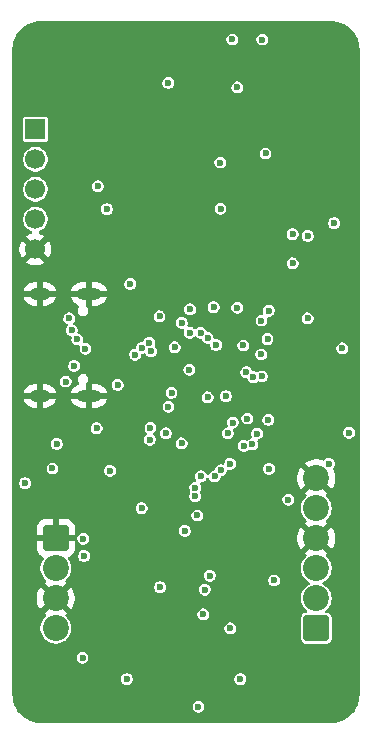
<source format=gbr>
%TF.GenerationSoftware,KiCad,Pcbnew,9.0.3*%
%TF.CreationDate,2025-07-16T21:05:16-05:00*%
%TF.ProjectId,Flight Computer,466c6967-6874-4204-936f-6d7075746572,rev?*%
%TF.SameCoordinates,Original*%
%TF.FileFunction,Copper,L5,Inr*%
%TF.FilePolarity,Positive*%
%FSLAX46Y46*%
G04 Gerber Fmt 4.6, Leading zero omitted, Abs format (unit mm)*
G04 Created by KiCad (PCBNEW 9.0.3) date 2025-07-16 21:05:16*
%MOMM*%
%LPD*%
G01*
G04 APERTURE LIST*
G04 Aperture macros list*
%AMRoundRect*
0 Rectangle with rounded corners*
0 $1 Rounding radius*
0 $2 $3 $4 $5 $6 $7 $8 $9 X,Y pos of 4 corners*
0 Add a 4 corners polygon primitive as box body*
4,1,4,$2,$3,$4,$5,$6,$7,$8,$9,$2,$3,0*
0 Add four circle primitives for the rounded corners*
1,1,$1+$1,$2,$3*
1,1,$1+$1,$4,$5*
1,1,$1+$1,$6,$7*
1,1,$1+$1,$8,$9*
0 Add four rect primitives between the rounded corners*
20,1,$1+$1,$2,$3,$4,$5,0*
20,1,$1+$1,$4,$5,$6,$7,0*
20,1,$1+$1,$6,$7,$8,$9,0*
20,1,$1+$1,$8,$9,$2,$3,0*%
G04 Aperture macros list end*
%TA.AperFunction,ComponentPad*%
%ADD10C,3.100000*%
%TD*%
%TA.AperFunction,ComponentPad*%
%ADD11RoundRect,0.249999X-0.850001X0.850001X-0.850001X-0.850001X0.850001X-0.850001X0.850001X0.850001X0*%
%TD*%
%TA.AperFunction,ComponentPad*%
%ADD12C,2.200000*%
%TD*%
%TA.AperFunction,ComponentPad*%
%ADD13R,1.700000X1.700000*%
%TD*%
%TA.AperFunction,ComponentPad*%
%ADD14C,1.700000*%
%TD*%
%TA.AperFunction,HeatsinkPad*%
%ADD15O,2.100000X1.000000*%
%TD*%
%TA.AperFunction,HeatsinkPad*%
%ADD16O,1.800000X1.000000*%
%TD*%
%TA.AperFunction,ComponentPad*%
%ADD17RoundRect,0.249999X0.850001X-0.850001X0.850001X0.850001X-0.850001X0.850001X-0.850001X-0.850001X0*%
%TD*%
%TA.AperFunction,ViaPad*%
%ADD18C,0.600000*%
%TD*%
G04 APERTURE END LIST*
D10*
%TO.N,GND*%
%TO.C,H504*%
X124700000Y-109500000D03*
%TD*%
%TO.N,GND*%
%TO.C,H501*%
X100700000Y-55500000D03*
%TD*%
D11*
%TO.N,GND*%
%TO.C,J504*%
X101640000Y-96580000D03*
D12*
%TO.N,/Pyro3*%
X101640000Y-99120000D03*
%TO.N,GND*%
X101640000Y-101659999D03*
%TO.N,VCC*%
X101640000Y-104200000D03*
%TD*%
D13*
%TO.N,/Servo1*%
%TO.C,J507*%
X99920000Y-61950000D03*
D14*
%TO.N,/Servo2*%
X99920000Y-64490000D03*
%TO.N,/Servo3*%
X99920000Y-67030000D03*
%TO.N,/Servo4*%
X99920000Y-69570000D03*
%TO.N,GND*%
X99920000Y-72110000D03*
%TD*%
D15*
%TO.N,GND*%
%TO.C,J502*%
X104455000Y-75890000D03*
D16*
X100275000Y-75890000D03*
D15*
X104455000Y-84530000D03*
D16*
X100275000Y-84530000D03*
%TD*%
D17*
%TO.N,VCC*%
%TO.C,J503*%
X123700000Y-104200000D03*
D12*
%TO.N,Pyro_Power*%
X123700000Y-101660000D03*
%TO.N,/Pyro1*%
X123700000Y-99120001D03*
%TO.N,GND*%
X123700000Y-96580000D03*
%TO.N,/Pyro2*%
X123700000Y-94040000D03*
%TO.N,GND*%
X123700000Y-91500000D03*
%TD*%
D10*
%TO.N,GND*%
%TO.C,H503*%
X100700000Y-109500000D03*
%TD*%
%TO.N,GND*%
%TO.C,H502*%
X124700000Y-55500000D03*
%TD*%
D18*
%TO.N,GND*%
X107520000Y-76830000D03*
X120760000Y-106340000D03*
X119910000Y-81100000D03*
X110050000Y-55660000D03*
X109890000Y-90450000D03*
X126340000Y-82890000D03*
X109580000Y-57670000D03*
X108180000Y-56750000D03*
X107870000Y-53660000D03*
X126400000Y-75500000D03*
X107860000Y-55670000D03*
X116100000Y-58410000D03*
X114640000Y-86830000D03*
X113840000Y-54580000D03*
X112070000Y-91740000D03*
X107840000Y-54650000D03*
X110110000Y-53610000D03*
X108290000Y-57660000D03*
X110080000Y-54670000D03*
X123210000Y-87130000D03*
X111370000Y-79160000D03*
X104390000Y-73460000D03*
X108650000Y-86430000D03*
X109700000Y-56740000D03*
X111620000Y-89330000D03*
X114510000Y-90780000D03*
X110950000Y-62770000D03*
X99990000Y-80520000D03*
%TO.N,+3.3V*%
X108915000Y-94035000D03*
X119641714Y-86558286D03*
X116590000Y-54350000D03*
X117270000Y-108500000D03*
X101360000Y-90670000D03*
X113930000Y-91330000D03*
X109551789Y-80016472D03*
X119712646Y-90702646D03*
X119400000Y-64000000D03*
X126470000Y-87640000D03*
X105100000Y-87260000D03*
X117010000Y-58400000D03*
X111180000Y-85440000D03*
X107660000Y-108500000D03*
X119570000Y-79710000D03*
X114497354Y-84652646D03*
X111170000Y-58030000D03*
X115590000Y-68670000D03*
%TO.N,VCC*%
X112565000Y-95950000D03*
X103970000Y-96610000D03*
X113719500Y-110850938D03*
X99040000Y-91920000D03*
X116420000Y-104200000D03*
%TO.N,/SWDIO*%
X109705958Y-80754042D03*
X125900000Y-80500000D03*
%TO.N,/NRST*%
X116395000Y-90275000D03*
%TO.N,/SWCLK*%
X114492638Y-79591085D03*
%TO.N,/USB_DP_N*%
X108359479Y-81040521D03*
X104152385Y-80532907D03*
X103457906Y-79736802D03*
%TO.N,/USB_DP_P*%
X108960521Y-80439479D03*
%TO.N,Pyro_Power*%
X104040101Y-98080101D03*
X121330000Y-93313000D03*
X103910000Y-106690000D03*
X120120000Y-100150000D03*
%TO.N,/I2C_SDA*%
X109617646Y-88227646D03*
X117520000Y-80260000D03*
X105970000Y-68710000D03*
%TO.N,/I2C_SCL*%
X109660000Y-87240000D03*
X106240000Y-90860000D03*
X107948000Y-75050000D03*
%TO.N,/SPI_SCK*%
X113900000Y-79170000D03*
X122980000Y-70980000D03*
X112950000Y-82320000D03*
X117010000Y-77066000D03*
X118682002Y-87720000D03*
%TO.N,/SPI_MOSI*%
X116210000Y-87690000D03*
X110967000Y-87690000D03*
X119060000Y-78150000D03*
%TO.N,/SPI_CS1*%
X119126000Y-54356000D03*
X118277840Y-88623880D03*
%TO.N,/SPI_MISO*%
X112983751Y-79168246D03*
X111715811Y-80409479D03*
X121700306Y-73310000D03*
X112299749Y-88540000D03*
%TO.N,/Pyro1_Cont*%
X113441052Y-93018726D03*
X114140000Y-103023000D03*
%TO.N,/Pyro2_Cont*%
X113454192Y-92286575D03*
%TO.N,/{slash}GPS_SAFEBOOT*%
X105200000Y-66780000D03*
%TO.N,/Armed*%
X113620000Y-94650000D03*
X114260000Y-100933000D03*
%TO.N,/Pyro2_Trigger*%
X114690000Y-99750000D03*
X115099920Y-91337985D03*
%TO.N,/Pyro3_Trigger*%
X115620000Y-90830000D03*
X110470000Y-100720000D03*
%TO.N,/MCU/FLASH_CS*%
X119690000Y-77310000D03*
X118376000Y-82928998D03*
%TO.N,/MCU/{slash}FLASH_WP*%
X116632710Y-86788001D03*
X122970000Y-77960000D03*
%TO.N,/MCU/{slash}FLASH_RESET*%
X121700000Y-70830000D03*
X119101670Y-82885031D03*
%TO.N,/BARO_CS*%
X116050000Y-84550000D03*
%TO.N,/IMU_INT2*%
X119030000Y-81020000D03*
%TO.N,/LORA_SEL*%
X117776781Y-82517334D03*
X115010646Y-77005354D03*
%TO.N,/LORA_RESET*%
X106890000Y-83600000D03*
X113010000Y-77190000D03*
%TO.N,/LORA_DIO0*%
X117563347Y-88758165D03*
X125200000Y-69900000D03*
%TO.N,/IMU_INT1*%
X111446050Y-84264284D03*
%TO.N,/IMU_CS*%
X115213000Y-80217088D03*
%TO.N,/GPS_TX*%
X110430000Y-77790000D03*
%TO.N,/GPS_INT*%
X117856000Y-86442003D03*
X115570000Y-64770000D03*
%TO.N,/GPS_RX*%
X112320000Y-78340000D03*
%TO.N,VBUS*%
X101730000Y-88590000D03*
X102475000Y-83315000D03*
X102780000Y-77960000D03*
%TO.N,Net-(J502-CC2)*%
X103200000Y-81980000D03*
%TO.N,Net-(J502-CC1)*%
X102999000Y-78960000D03*
%TO.N,Net-(R709-Pad2)*%
X124770000Y-90270000D03*
%TD*%
%TA.AperFunction,Conductor*%
%TO.N,GND*%
G36*
X124973736Y-52800726D02*
G01*
X125251742Y-52817542D01*
X125266605Y-52819347D01*
X125341845Y-52833135D01*
X125536866Y-52868874D01*
X125551395Y-52872455D01*
X125813713Y-52954197D01*
X125827709Y-52959505D01*
X126078264Y-53072270D01*
X126091522Y-53079228D01*
X126326658Y-53221373D01*
X126338969Y-53229871D01*
X126555261Y-53399324D01*
X126566469Y-53409254D01*
X126760745Y-53603530D01*
X126770675Y-53614738D01*
X126940124Y-53831024D01*
X126948628Y-53843344D01*
X126976596Y-53889608D01*
X127090770Y-54078476D01*
X127097729Y-54091735D01*
X127210494Y-54342290D01*
X127215803Y-54356290D01*
X127297542Y-54618597D01*
X127301126Y-54633137D01*
X127350652Y-54903394D01*
X127352457Y-54918258D01*
X127369274Y-55196263D01*
X127369500Y-55203750D01*
X127369500Y-109796249D01*
X127369274Y-109803736D01*
X127352457Y-110081741D01*
X127350652Y-110096605D01*
X127301126Y-110366862D01*
X127297542Y-110381402D01*
X127215803Y-110643709D01*
X127210494Y-110657709D01*
X127097729Y-110908264D01*
X127090770Y-110921523D01*
X126948630Y-111156652D01*
X126940124Y-111168975D01*
X126770675Y-111385261D01*
X126760745Y-111396469D01*
X126566469Y-111590745D01*
X126555261Y-111600675D01*
X126338975Y-111770124D01*
X126326652Y-111778630D01*
X126091523Y-111920770D01*
X126078264Y-111927729D01*
X125827709Y-112040494D01*
X125813709Y-112045803D01*
X125551402Y-112127542D01*
X125536862Y-112131126D01*
X125266605Y-112180652D01*
X125251741Y-112182457D01*
X124973736Y-112199274D01*
X124966249Y-112199500D01*
X100373752Y-112199500D01*
X100366265Y-112199274D01*
X100088259Y-112182457D01*
X100073394Y-112180652D01*
X99803134Y-112131125D01*
X99788600Y-112127543D01*
X99526282Y-112045802D01*
X99512292Y-112040496D01*
X99261736Y-111927730D01*
X99248477Y-111920771D01*
X99013347Y-111778630D01*
X99001024Y-111770124D01*
X98784738Y-111600675D01*
X98773530Y-111590745D01*
X98579254Y-111396469D01*
X98569324Y-111385261D01*
X98399871Y-111168969D01*
X98391373Y-111156658D01*
X98249225Y-110921516D01*
X98242270Y-110908264D01*
X98186814Y-110785046D01*
X113219000Y-110785046D01*
X113219000Y-110916830D01*
X113236054Y-110980477D01*
X113253108Y-111044125D01*
X113286054Y-111101188D01*
X113319000Y-111158252D01*
X113412186Y-111251438D01*
X113526314Y-111317330D01*
X113653608Y-111351438D01*
X113653610Y-111351438D01*
X113785390Y-111351438D01*
X113785392Y-111351438D01*
X113912686Y-111317330D01*
X114026814Y-111251438D01*
X114120000Y-111158252D01*
X114185892Y-111044124D01*
X114220000Y-110916830D01*
X114220000Y-110785046D01*
X114185892Y-110657752D01*
X114120000Y-110543624D01*
X114026814Y-110450438D01*
X113969750Y-110417492D01*
X113912687Y-110384546D01*
X113846688Y-110366862D01*
X113785392Y-110350438D01*
X113653608Y-110350438D01*
X113526312Y-110384546D01*
X113412186Y-110450438D01*
X113412183Y-110450440D01*
X113319002Y-110543621D01*
X113319000Y-110543624D01*
X113253108Y-110657750D01*
X113219000Y-110785046D01*
X98186814Y-110785046D01*
X98129501Y-110657702D01*
X98124200Y-110643726D01*
X98042453Y-110381387D01*
X98038874Y-110366865D01*
X97989347Y-110096605D01*
X97987542Y-110081740D01*
X97970726Y-109803735D01*
X97970500Y-109796248D01*
X97970500Y-108434108D01*
X107159500Y-108434108D01*
X107159500Y-108565891D01*
X107193608Y-108693187D01*
X107226554Y-108750250D01*
X107259500Y-108807314D01*
X107352686Y-108900500D01*
X107466814Y-108966392D01*
X107594108Y-109000500D01*
X107594110Y-109000500D01*
X107725890Y-109000500D01*
X107725892Y-109000500D01*
X107853186Y-108966392D01*
X107967314Y-108900500D01*
X108060500Y-108807314D01*
X108126392Y-108693186D01*
X108160500Y-108565892D01*
X108160500Y-108434108D01*
X116769500Y-108434108D01*
X116769500Y-108565891D01*
X116803608Y-108693187D01*
X116836554Y-108750250D01*
X116869500Y-108807314D01*
X116962686Y-108900500D01*
X117076814Y-108966392D01*
X117204108Y-109000500D01*
X117204110Y-109000500D01*
X117335890Y-109000500D01*
X117335892Y-109000500D01*
X117463186Y-108966392D01*
X117577314Y-108900500D01*
X117670500Y-108807314D01*
X117736392Y-108693186D01*
X117770500Y-108565892D01*
X117770500Y-108434108D01*
X117736392Y-108306814D01*
X117670500Y-108192686D01*
X117577314Y-108099500D01*
X117520250Y-108066554D01*
X117463187Y-108033608D01*
X117399539Y-108016554D01*
X117335892Y-107999500D01*
X117204108Y-107999500D01*
X117076812Y-108033608D01*
X116962686Y-108099500D01*
X116962683Y-108099502D01*
X116869502Y-108192683D01*
X116869500Y-108192686D01*
X116803608Y-108306812D01*
X116769500Y-108434108D01*
X108160500Y-108434108D01*
X108126392Y-108306814D01*
X108060500Y-108192686D01*
X107967314Y-108099500D01*
X107910250Y-108066554D01*
X107853187Y-108033608D01*
X107789539Y-108016554D01*
X107725892Y-107999500D01*
X107594108Y-107999500D01*
X107466812Y-108033608D01*
X107352686Y-108099500D01*
X107352683Y-108099502D01*
X107259502Y-108192683D01*
X107259500Y-108192686D01*
X107193608Y-108306812D01*
X107159500Y-108434108D01*
X97970500Y-108434108D01*
X97970500Y-106624108D01*
X103409500Y-106624108D01*
X103409500Y-106755891D01*
X103443608Y-106883187D01*
X103476554Y-106940250D01*
X103509500Y-106997314D01*
X103602686Y-107090500D01*
X103716814Y-107156392D01*
X103844108Y-107190500D01*
X103844110Y-107190500D01*
X103975890Y-107190500D01*
X103975892Y-107190500D01*
X104103186Y-107156392D01*
X104217314Y-107090500D01*
X104310500Y-106997314D01*
X104376392Y-106883186D01*
X104410500Y-106755892D01*
X104410500Y-106624108D01*
X104376392Y-106496814D01*
X104310500Y-106382686D01*
X104217314Y-106289500D01*
X104160250Y-106256554D01*
X104103187Y-106223608D01*
X104039539Y-106206554D01*
X103975892Y-106189500D01*
X103844108Y-106189500D01*
X103716812Y-106223608D01*
X103602686Y-106289500D01*
X103602683Y-106289502D01*
X103509502Y-106382683D01*
X103509500Y-106382686D01*
X103443608Y-106496812D01*
X103409500Y-106624108D01*
X97970500Y-106624108D01*
X97970500Y-95680013D01*
X100040000Y-95680013D01*
X100040000Y-96330000D01*
X101149252Y-96330000D01*
X101127482Y-96367708D01*
X101090000Y-96507591D01*
X101090000Y-96652409D01*
X101127482Y-96792292D01*
X101149252Y-96830000D01*
X100040001Y-96830000D01*
X100040001Y-97479986D01*
X100050494Y-97582696D01*
X100050494Y-97582698D01*
X100105640Y-97749119D01*
X100105645Y-97749130D01*
X100197680Y-97898340D01*
X100197683Y-97898344D01*
X100321655Y-98022316D01*
X100321659Y-98022319D01*
X100470869Y-98114354D01*
X100470882Y-98114360D01*
X100545404Y-98139054D01*
X100602850Y-98178826D01*
X100629673Y-98243342D01*
X100617358Y-98312118D01*
X100606720Y-98329645D01*
X100527712Y-98438390D01*
X100434781Y-98620776D01*
X100371522Y-98815465D01*
X100339500Y-99017648D01*
X100339500Y-99222351D01*
X100371522Y-99424534D01*
X100434781Y-99619223D01*
X100527715Y-99801613D01*
X100648028Y-99967213D01*
X100796226Y-100115411D01*
X100794962Y-100116674D01*
X100828956Y-100168749D01*
X100829454Y-100238617D01*
X100792100Y-100297663D01*
X100783117Y-100304850D01*
X100699301Y-100365746D01*
X100699300Y-100365747D01*
X101469765Y-101136211D01*
X101427708Y-101147481D01*
X101302292Y-101219889D01*
X101199890Y-101322291D01*
X101127482Y-101447707D01*
X101116212Y-101489764D01*
X100345748Y-100719299D01*
X100345747Y-100719300D01*
X100271559Y-100821412D01*
X100157219Y-101045814D01*
X100079397Y-101285329D01*
X100040000Y-101534070D01*
X100040000Y-101785927D01*
X100079397Y-102034668D01*
X100157219Y-102274183D01*
X100271557Y-102498582D01*
X100345748Y-102600696D01*
X100345748Y-102600697D01*
X101116212Y-101830233D01*
X101127482Y-101872291D01*
X101199890Y-101997707D01*
X101302292Y-102100109D01*
X101427708Y-102172517D01*
X101469765Y-102183786D01*
X100699300Y-102954249D01*
X100699301Y-102954250D01*
X100783118Y-103015147D01*
X100825784Y-103070477D01*
X100831763Y-103140090D01*
X100799157Y-103201885D01*
X100795483Y-103205331D01*
X100648028Y-103352786D01*
X100527715Y-103518386D01*
X100434781Y-103700776D01*
X100371522Y-103895465D01*
X100339500Y-104097648D01*
X100339500Y-104302351D01*
X100371522Y-104504534D01*
X100434781Y-104699223D01*
X100527715Y-104881613D01*
X100648028Y-105047213D01*
X100792786Y-105191971D01*
X100947749Y-105304556D01*
X100958390Y-105312287D01*
X101074607Y-105371503D01*
X101140776Y-105405218D01*
X101140778Y-105405218D01*
X101140781Y-105405220D01*
X101245137Y-105439127D01*
X101335465Y-105468477D01*
X101436557Y-105484488D01*
X101537648Y-105500500D01*
X101537649Y-105500500D01*
X101742351Y-105500500D01*
X101742352Y-105500500D01*
X101944534Y-105468477D01*
X102139219Y-105405220D01*
X102321610Y-105312287D01*
X102414590Y-105244732D01*
X102487213Y-105191971D01*
X102487215Y-105191968D01*
X102487219Y-105191966D01*
X102631966Y-105047219D01*
X102631968Y-105047215D01*
X102631971Y-105047213D01*
X102684732Y-104974590D01*
X102752287Y-104881610D01*
X102845220Y-104699219D01*
X102908477Y-104504534D01*
X102940500Y-104302352D01*
X102940500Y-104134108D01*
X115919500Y-104134108D01*
X115919500Y-104265891D01*
X115953608Y-104393187D01*
X115986554Y-104450250D01*
X116019500Y-104507314D01*
X116112686Y-104600500D01*
X116226814Y-104666392D01*
X116354108Y-104700500D01*
X116354110Y-104700500D01*
X116485890Y-104700500D01*
X116485892Y-104700500D01*
X116613186Y-104666392D01*
X116727314Y-104600500D01*
X116820500Y-104507314D01*
X116886392Y-104393186D01*
X116920500Y-104265892D01*
X116920500Y-104134108D01*
X116886392Y-104006814D01*
X116820500Y-103892686D01*
X116727314Y-103799500D01*
X116670250Y-103766554D01*
X116613187Y-103733608D01*
X116549539Y-103716554D01*
X116485892Y-103699500D01*
X116354108Y-103699500D01*
X116226812Y-103733608D01*
X116112686Y-103799500D01*
X116112683Y-103799502D01*
X116019502Y-103892683D01*
X116019500Y-103892686D01*
X115953608Y-104006812D01*
X115919500Y-104134108D01*
X102940500Y-104134108D01*
X102940500Y-104097648D01*
X102908477Y-103895466D01*
X102845220Y-103700781D01*
X102845218Y-103700778D01*
X102845218Y-103700776D01*
X102811503Y-103634607D01*
X102752287Y-103518390D01*
X102731218Y-103489391D01*
X102631971Y-103352786D01*
X102483774Y-103204589D01*
X102485034Y-103203328D01*
X102451036Y-103151230D01*
X102450548Y-103081362D01*
X102473658Y-103037111D01*
X102538882Y-102957108D01*
X113639500Y-102957108D01*
X113639500Y-103088891D01*
X113673608Y-103216187D01*
X113701961Y-103265294D01*
X113739500Y-103330314D01*
X113832686Y-103423500D01*
X113946814Y-103489392D01*
X114074108Y-103523500D01*
X114074110Y-103523500D01*
X114205890Y-103523500D01*
X114205892Y-103523500D01*
X114333186Y-103489392D01*
X114447314Y-103423500D01*
X114540500Y-103330314D01*
X114606392Y-103216186D01*
X114640500Y-103088892D01*
X114640500Y-102957108D01*
X114606392Y-102829814D01*
X114540500Y-102715686D01*
X114447314Y-102622500D01*
X114390250Y-102589554D01*
X114333187Y-102556608D01*
X114269539Y-102539554D01*
X114205892Y-102522500D01*
X114074108Y-102522500D01*
X113946812Y-102556608D01*
X113832686Y-102622500D01*
X113832683Y-102622502D01*
X113739502Y-102715683D01*
X113739500Y-102715686D01*
X113673608Y-102829812D01*
X113639500Y-102957108D01*
X102538882Y-102957108D01*
X102558946Y-102932497D01*
X101810234Y-102183786D01*
X101852292Y-102172517D01*
X101977708Y-102100109D01*
X102080110Y-101997707D01*
X102152518Y-101872291D01*
X102163787Y-101830234D01*
X102934250Y-102600697D01*
X102934250Y-102600696D01*
X103008442Y-102498580D01*
X103008446Y-102498574D01*
X103122780Y-102274183D01*
X103200602Y-102034668D01*
X103240000Y-101785927D01*
X103240000Y-101534070D01*
X103200602Y-101285329D01*
X103122780Y-101045814D01*
X103008442Y-100821415D01*
X102934250Y-100719300D01*
X102934250Y-100719299D01*
X102163787Y-101489763D01*
X102152518Y-101447707D01*
X102080110Y-101322291D01*
X101977708Y-101219889D01*
X101852292Y-101147481D01*
X101810232Y-101136211D01*
X102292336Y-100654108D01*
X109969500Y-100654108D01*
X109969500Y-100785892D01*
X109979018Y-100821415D01*
X110003608Y-100913187D01*
X110036554Y-100970250D01*
X110069500Y-101027314D01*
X110162686Y-101120500D01*
X110276814Y-101186392D01*
X110404108Y-101220500D01*
X110404110Y-101220500D01*
X110535890Y-101220500D01*
X110535892Y-101220500D01*
X110663186Y-101186392D01*
X110777314Y-101120500D01*
X110870500Y-101027314D01*
X110936392Y-100913186D01*
X110948738Y-100867108D01*
X113759500Y-100867108D01*
X113759500Y-100998891D01*
X113793608Y-101126187D01*
X113813581Y-101160781D01*
X113859500Y-101240314D01*
X113952686Y-101333500D01*
X114066814Y-101399392D01*
X114194108Y-101433500D01*
X114194110Y-101433500D01*
X114325890Y-101433500D01*
X114325892Y-101433500D01*
X114453186Y-101399392D01*
X114567314Y-101333500D01*
X114660500Y-101240314D01*
X114726392Y-101126186D01*
X114760500Y-100998892D01*
X114760500Y-100867108D01*
X114726392Y-100739814D01*
X114660500Y-100625686D01*
X114567314Y-100532500D01*
X114510250Y-100499554D01*
X114453187Y-100466608D01*
X114389539Y-100449554D01*
X114325892Y-100432500D01*
X114194108Y-100432500D01*
X114066812Y-100466608D01*
X113952686Y-100532500D01*
X113952683Y-100532502D01*
X113859502Y-100625683D01*
X113859500Y-100625686D01*
X113793608Y-100739812D01*
X113759500Y-100867108D01*
X110948738Y-100867108D01*
X110970500Y-100785892D01*
X110970500Y-100654108D01*
X110936392Y-100526814D01*
X110870500Y-100412686D01*
X110777314Y-100319500D01*
X110708058Y-100279515D01*
X110663187Y-100253608D01*
X110583614Y-100232287D01*
X110535892Y-100219500D01*
X110404108Y-100219500D01*
X110276812Y-100253608D01*
X110162686Y-100319500D01*
X110162683Y-100319502D01*
X110069502Y-100412683D01*
X110069500Y-100412686D01*
X110003608Y-100526812D01*
X109970467Y-100650499D01*
X109969500Y-100654108D01*
X102292336Y-100654108D01*
X102580698Y-100365747D01*
X102580697Y-100365746D01*
X102496882Y-100304851D01*
X102454216Y-100249521D01*
X102448237Y-100179908D01*
X102480843Y-100118113D01*
X102484506Y-100114678D01*
X102487215Y-100111968D01*
X102487219Y-100111966D01*
X102631966Y-99967219D01*
X102631970Y-99967214D01*
X102631971Y-99967213D01*
X102752284Y-99801614D01*
X102752286Y-99801611D01*
X102752287Y-99801610D01*
X102812157Y-99684108D01*
X114189500Y-99684108D01*
X114189500Y-99815892D01*
X114206554Y-99879539D01*
X114223608Y-99943187D01*
X114237483Y-99967219D01*
X114289500Y-100057314D01*
X114382686Y-100150500D01*
X114481521Y-100207563D01*
X114495944Y-100215890D01*
X114496814Y-100216392D01*
X114624108Y-100250500D01*
X114624110Y-100250500D01*
X114755890Y-100250500D01*
X114755892Y-100250500D01*
X114883186Y-100216392D01*
X114997314Y-100150500D01*
X115063706Y-100084108D01*
X119619500Y-100084108D01*
X119619500Y-100215892D01*
X119623893Y-100232287D01*
X119653608Y-100343187D01*
X119677570Y-100384689D01*
X119719500Y-100457314D01*
X119812686Y-100550500D01*
X119926814Y-100616392D01*
X120054108Y-100650500D01*
X120054110Y-100650500D01*
X120185890Y-100650500D01*
X120185892Y-100650500D01*
X120313186Y-100616392D01*
X120427314Y-100550500D01*
X120520500Y-100457314D01*
X120586392Y-100343186D01*
X120620500Y-100215892D01*
X120620500Y-100084108D01*
X120586392Y-99956814D01*
X120520500Y-99842686D01*
X120427314Y-99749500D01*
X120370250Y-99716554D01*
X120313187Y-99683608D01*
X120249539Y-99666554D01*
X120185892Y-99649500D01*
X120054108Y-99649500D01*
X119926812Y-99683608D01*
X119812686Y-99749500D01*
X119812683Y-99749502D01*
X119719502Y-99842683D01*
X119719500Y-99842686D01*
X119653608Y-99956812D01*
X119626681Y-100057307D01*
X119619500Y-100084108D01*
X115063706Y-100084108D01*
X115090500Y-100057314D01*
X115103023Y-100035622D01*
X115115520Y-100013980D01*
X115156390Y-99943189D01*
X115156392Y-99943186D01*
X115190500Y-99815892D01*
X115190500Y-99684108D01*
X115156392Y-99556814D01*
X115090500Y-99442686D01*
X114997314Y-99349500D01*
X114940250Y-99316554D01*
X114883187Y-99283608D01*
X114819539Y-99266554D01*
X114755892Y-99249500D01*
X114624108Y-99249500D01*
X114496812Y-99283608D01*
X114382686Y-99349500D01*
X114382683Y-99349502D01*
X114289502Y-99442683D01*
X114289500Y-99442686D01*
X114223608Y-99556812D01*
X114198773Y-99649500D01*
X114189500Y-99684108D01*
X102812157Y-99684108D01*
X102845220Y-99619219D01*
X102908477Y-99424534D01*
X102940500Y-99222352D01*
X102940500Y-99017648D01*
X102908477Y-98815466D01*
X102845220Y-98620781D01*
X102845218Y-98620777D01*
X102845218Y-98620776D01*
X102807368Y-98546492D01*
X102752287Y-98438390D01*
X102673280Y-98329645D01*
X102649800Y-98263839D01*
X102665626Y-98195785D01*
X102715731Y-98147090D01*
X102734595Y-98139054D01*
X102809117Y-98114360D01*
X102809130Y-98114354D01*
X102958340Y-98022319D01*
X102958344Y-98022316D01*
X102966451Y-98014209D01*
X103539601Y-98014209D01*
X103539601Y-98145993D01*
X103552943Y-98195785D01*
X103573709Y-98273288D01*
X103596128Y-98312118D01*
X103639601Y-98387415D01*
X103732787Y-98480601D01*
X103846915Y-98546493D01*
X103974209Y-98580601D01*
X103974211Y-98580601D01*
X104105991Y-98580601D01*
X104105993Y-98580601D01*
X104233287Y-98546493D01*
X104347415Y-98480601D01*
X104440601Y-98387415D01*
X104506493Y-98273287D01*
X104540601Y-98145993D01*
X104540601Y-98014209D01*
X104506493Y-97886915D01*
X104440601Y-97772787D01*
X104347415Y-97679601D01*
X104290351Y-97646655D01*
X104233288Y-97613709D01*
X104169640Y-97596655D01*
X104105993Y-97579601D01*
X103974209Y-97579601D01*
X103846913Y-97613709D01*
X103732787Y-97679601D01*
X103732784Y-97679603D01*
X103639603Y-97772784D01*
X103639601Y-97772787D01*
X103573709Y-97886913D01*
X103566242Y-97914781D01*
X103539601Y-98014209D01*
X102966451Y-98014209D01*
X103062260Y-97918401D01*
X103082316Y-97898344D01*
X103082319Y-97898340D01*
X103174354Y-97749130D01*
X103174359Y-97749119D01*
X103229505Y-97582697D01*
X103239999Y-97479986D01*
X103240000Y-97479973D01*
X103240000Y-96830000D01*
X102130748Y-96830000D01*
X102152518Y-96792292D01*
X102190000Y-96652409D01*
X102190000Y-96544108D01*
X103469500Y-96544108D01*
X103469500Y-96675891D01*
X103503608Y-96803187D01*
X103519089Y-96830000D01*
X103569500Y-96917314D01*
X103662686Y-97010500D01*
X103776814Y-97076392D01*
X103904108Y-97110500D01*
X103904110Y-97110500D01*
X104035890Y-97110500D01*
X104035892Y-97110500D01*
X104163186Y-97076392D01*
X104277314Y-97010500D01*
X104370500Y-96917314D01*
X104436392Y-96803186D01*
X104470500Y-96675892D01*
X104470500Y-96544108D01*
X104436392Y-96416814D01*
X104436148Y-96416392D01*
X104427563Y-96401521D01*
X104370500Y-96302686D01*
X104277314Y-96209500D01*
X104220250Y-96176554D01*
X104163187Y-96143608D01*
X104099539Y-96126554D01*
X104035892Y-96109500D01*
X103904108Y-96109500D01*
X103776812Y-96143608D01*
X103662686Y-96209500D01*
X103662683Y-96209502D01*
X103569502Y-96302683D01*
X103569500Y-96302686D01*
X103503608Y-96416812D01*
X103469500Y-96544108D01*
X102190000Y-96544108D01*
X102190000Y-96507591D01*
X102152518Y-96367708D01*
X102130748Y-96330000D01*
X103239999Y-96330000D01*
X103239999Y-95884108D01*
X112064500Y-95884108D01*
X112064500Y-96015891D01*
X112098608Y-96143187D01*
X112131554Y-96200250D01*
X112164500Y-96257314D01*
X112257686Y-96350500D01*
X112371814Y-96416392D01*
X112499108Y-96450500D01*
X112499110Y-96450500D01*
X112630890Y-96450500D01*
X112630892Y-96450500D01*
X112758186Y-96416392D01*
X112872314Y-96350500D01*
X112965500Y-96257314D01*
X113031392Y-96143186D01*
X113065500Y-96015892D01*
X113065500Y-95884108D01*
X113031392Y-95756814D01*
X112965500Y-95642686D01*
X112872314Y-95549500D01*
X112815250Y-95516554D01*
X112758187Y-95483608D01*
X112694539Y-95466554D01*
X112630892Y-95449500D01*
X112499108Y-95449500D01*
X112371812Y-95483608D01*
X112257686Y-95549500D01*
X112257683Y-95549502D01*
X112164502Y-95642683D01*
X112164500Y-95642686D01*
X112098608Y-95756812D01*
X112064500Y-95884108D01*
X103239999Y-95884108D01*
X103239999Y-95680028D01*
X103239998Y-95680013D01*
X103229505Y-95577303D01*
X103229505Y-95577301D01*
X103174359Y-95410880D01*
X103174354Y-95410869D01*
X103082319Y-95261659D01*
X103082316Y-95261655D01*
X102958344Y-95137683D01*
X102958340Y-95137680D01*
X102809130Y-95045645D01*
X102809119Y-95045640D01*
X102642697Y-94990494D01*
X102539986Y-94980000D01*
X101890000Y-94980000D01*
X101890000Y-96089252D01*
X101852292Y-96067482D01*
X101712409Y-96030000D01*
X101567591Y-96030000D01*
X101427708Y-96067482D01*
X101390000Y-96089252D01*
X101390000Y-94980000D01*
X100740028Y-94980000D01*
X100740012Y-94980001D01*
X100637303Y-94990494D01*
X100637301Y-94990494D01*
X100470880Y-95045640D01*
X100470869Y-95045645D01*
X100321659Y-95137680D01*
X100321655Y-95137683D01*
X100197683Y-95261655D01*
X100197680Y-95261659D01*
X100105645Y-95410869D01*
X100105640Y-95410880D01*
X100050494Y-95577302D01*
X100040000Y-95680013D01*
X97970500Y-95680013D01*
X97970500Y-94584108D01*
X113119500Y-94584108D01*
X113119500Y-94715891D01*
X113153608Y-94843187D01*
X113186554Y-94900250D01*
X113219500Y-94957314D01*
X113312686Y-95050500D01*
X113426814Y-95116392D01*
X113554108Y-95150500D01*
X113554110Y-95150500D01*
X113685890Y-95150500D01*
X113685892Y-95150500D01*
X113813186Y-95116392D01*
X113927314Y-95050500D01*
X114020500Y-94957314D01*
X114086392Y-94843186D01*
X114120500Y-94715892D01*
X114120500Y-94584108D01*
X114086392Y-94456814D01*
X114020500Y-94342686D01*
X113927314Y-94249500D01*
X113870250Y-94216554D01*
X113813187Y-94183608D01*
X113749539Y-94166554D01*
X113685892Y-94149500D01*
X113554108Y-94149500D01*
X113426812Y-94183608D01*
X113312686Y-94249500D01*
X113312683Y-94249502D01*
X113219502Y-94342683D01*
X113219500Y-94342686D01*
X113153608Y-94456812D01*
X113119500Y-94584108D01*
X97970500Y-94584108D01*
X97970500Y-93969108D01*
X108414500Y-93969108D01*
X108414500Y-94100891D01*
X108448608Y-94228187D01*
X108481554Y-94285250D01*
X108514500Y-94342314D01*
X108607686Y-94435500D01*
X108721814Y-94501392D01*
X108849108Y-94535500D01*
X108849110Y-94535500D01*
X108980890Y-94535500D01*
X108980892Y-94535500D01*
X109108186Y-94501392D01*
X109222314Y-94435500D01*
X109315500Y-94342314D01*
X109381392Y-94228186D01*
X109415500Y-94100892D01*
X109415500Y-93969108D01*
X109381392Y-93841814D01*
X109315500Y-93727686D01*
X109222314Y-93634500D01*
X109165250Y-93601554D01*
X109108187Y-93568608D01*
X109004333Y-93540781D01*
X108980892Y-93534500D01*
X108849108Y-93534500D01*
X108721812Y-93568608D01*
X108607686Y-93634500D01*
X108607683Y-93634502D01*
X108514502Y-93727683D01*
X108514500Y-93727686D01*
X108448608Y-93841812D01*
X108414500Y-93969108D01*
X97970500Y-93969108D01*
X97970500Y-92952834D01*
X112940552Y-92952834D01*
X112940552Y-93084617D01*
X112974660Y-93211913D01*
X113007606Y-93268976D01*
X113040552Y-93326040D01*
X113133738Y-93419226D01*
X113247866Y-93485118D01*
X113375160Y-93519226D01*
X113375162Y-93519226D01*
X113506942Y-93519226D01*
X113506944Y-93519226D01*
X113634238Y-93485118D01*
X113748366Y-93419226D01*
X113841552Y-93326040D01*
X113887124Y-93247108D01*
X120829500Y-93247108D01*
X120829500Y-93378891D01*
X120863608Y-93506187D01*
X120883581Y-93540781D01*
X120929500Y-93620314D01*
X121022686Y-93713500D01*
X121136814Y-93779392D01*
X121264108Y-93813500D01*
X121264110Y-93813500D01*
X121395890Y-93813500D01*
X121395892Y-93813500D01*
X121523186Y-93779392D01*
X121637314Y-93713500D01*
X121730500Y-93620314D01*
X121796392Y-93506186D01*
X121830500Y-93378892D01*
X121830500Y-93247108D01*
X121796392Y-93119814D01*
X121730500Y-93005686D01*
X121637314Y-92912500D01*
X121537978Y-92855148D01*
X121523187Y-92846608D01*
X121444558Y-92825540D01*
X121395892Y-92812500D01*
X121264108Y-92812500D01*
X121136812Y-92846608D01*
X121022686Y-92912500D01*
X121022683Y-92912502D01*
X120929502Y-93005683D01*
X120929500Y-93005686D01*
X120863608Y-93119812D01*
X120829500Y-93247108D01*
X113887124Y-93247108D01*
X113907444Y-93211912D01*
X113941552Y-93084618D01*
X113941552Y-92952834D01*
X113907444Y-92825540D01*
X113849900Y-92725871D01*
X113833428Y-92657975D01*
X113852748Y-92602151D01*
X113850628Y-92600927D01*
X113854690Y-92593890D01*
X113854692Y-92593889D01*
X113920584Y-92479761D01*
X113954692Y-92352467D01*
X113954692Y-92220683D01*
X113920584Y-92093389D01*
X113876191Y-92016499D01*
X113859719Y-91948601D01*
X113882571Y-91882574D01*
X113937492Y-91839383D01*
X113983579Y-91830500D01*
X113995890Y-91830500D01*
X113995892Y-91830500D01*
X114123186Y-91796392D01*
X114237314Y-91730500D01*
X114330500Y-91637314D01*
X114396392Y-91523186D01*
X114396394Y-91523175D01*
X114399289Y-91516190D01*
X114443127Y-91461784D01*
X114509419Y-91439715D01*
X114577120Y-91456990D01*
X114624733Y-91508125D01*
X114633034Y-91529980D01*
X114633527Y-91531170D01*
X114657337Y-91572409D01*
X114699420Y-91645299D01*
X114792606Y-91738485D01*
X114906734Y-91804377D01*
X115034028Y-91838485D01*
X115034030Y-91838485D01*
X115165810Y-91838485D01*
X115165812Y-91838485D01*
X115293106Y-91804377D01*
X115407234Y-91738485D01*
X115500420Y-91645299D01*
X115566312Y-91531171D01*
X115596462Y-91418648D01*
X115599632Y-91413446D01*
X115600069Y-91407371D01*
X115617601Y-91383965D01*
X115623632Y-91374071D01*
X122100000Y-91374071D01*
X122100000Y-91625928D01*
X122139397Y-91874669D01*
X122217219Y-92114184D01*
X122331557Y-92338583D01*
X122405748Y-92440697D01*
X122405748Y-92440698D01*
X123176212Y-91670234D01*
X123187482Y-91712292D01*
X123259890Y-91837708D01*
X123362292Y-91940110D01*
X123487708Y-92012518D01*
X123529765Y-92023787D01*
X122759300Y-92794250D01*
X122843118Y-92855148D01*
X122885783Y-92910478D01*
X122891762Y-92980092D01*
X122859156Y-93041887D01*
X122855478Y-93045336D01*
X122708028Y-93192786D01*
X122587715Y-93358386D01*
X122494781Y-93540776D01*
X122431522Y-93735465D01*
X122399500Y-93937648D01*
X122399500Y-94142351D01*
X122431522Y-94344534D01*
X122494781Y-94539223D01*
X122587715Y-94721613D01*
X122708028Y-94887213D01*
X122856226Y-95035411D01*
X122854963Y-95036673D01*
X122888959Y-95088756D01*
X122889454Y-95158624D01*
X122852096Y-95217668D01*
X122843117Y-95224851D01*
X122759301Y-95285746D01*
X122759300Y-95285748D01*
X123529765Y-96056212D01*
X123487708Y-96067482D01*
X123362292Y-96139890D01*
X123259890Y-96242292D01*
X123187482Y-96367708D01*
X123176212Y-96409765D01*
X122405748Y-95639300D01*
X122405747Y-95639301D01*
X122331559Y-95741413D01*
X122217219Y-95965815D01*
X122139397Y-96205330D01*
X122100000Y-96454071D01*
X122100000Y-96705928D01*
X122139397Y-96954669D01*
X122217219Y-97194184D01*
X122331557Y-97418583D01*
X122405748Y-97520697D01*
X122405748Y-97520698D01*
X123176212Y-96750234D01*
X123187482Y-96792292D01*
X123259890Y-96917708D01*
X123362292Y-97020110D01*
X123487708Y-97092518D01*
X123529765Y-97103787D01*
X122759300Y-97874250D01*
X122759301Y-97874251D01*
X122843118Y-97935148D01*
X122885784Y-97990478D01*
X122891763Y-98060091D01*
X122859157Y-98121886D01*
X122855483Y-98125332D01*
X122708028Y-98272787D01*
X122587715Y-98438387D01*
X122494781Y-98620777D01*
X122431522Y-98815466D01*
X122399500Y-99017649D01*
X122399500Y-99222352D01*
X122431522Y-99424535D01*
X122494781Y-99619224D01*
X122510208Y-99649500D01*
X122587712Y-99801610D01*
X122587715Y-99801614D01*
X122708028Y-99967214D01*
X122852786Y-100111972D01*
X123018385Y-100232285D01*
X123018387Y-100232286D01*
X123018390Y-100232288D01*
X123111080Y-100279516D01*
X123161875Y-100327489D01*
X123178670Y-100395310D01*
X123156133Y-100461445D01*
X123111079Y-100500484D01*
X123018391Y-100547711D01*
X123018389Y-100547712D01*
X122852786Y-100668028D01*
X122708028Y-100812786D01*
X122587715Y-100978386D01*
X122494781Y-101160776D01*
X122431522Y-101355465D01*
X122399500Y-101557648D01*
X122399500Y-101762351D01*
X122431522Y-101964534D01*
X122494781Y-102159223D01*
X122587715Y-102341613D01*
X122708028Y-102507213D01*
X122852782Y-102651967D01*
X122852784Y-102651968D01*
X122884734Y-102675181D01*
X122927400Y-102730510D01*
X122933381Y-102800123D01*
X122900776Y-102861919D01*
X122839938Y-102896277D01*
X122811857Y-102899500D01*
X122795741Y-102899500D01*
X122784937Y-102900513D01*
X122765300Y-102902354D01*
X122765297Y-102902354D01*
X122765296Y-102902355D01*
X122765294Y-102902355D01*
X122637117Y-102947206D01*
X122527849Y-103027849D01*
X122447206Y-103137118D01*
X122402353Y-103265297D01*
X122402353Y-103265299D01*
X122399500Y-103295729D01*
X122399500Y-105104260D01*
X122399501Y-105104266D01*
X122402354Y-105134700D01*
X122402354Y-105134702D01*
X122402355Y-105134703D01*
X122402355Y-105134705D01*
X122447206Y-105262882D01*
X122527849Y-105372150D01*
X122572655Y-105405218D01*
X122637117Y-105452793D01*
X122679844Y-105467744D01*
X122765298Y-105497646D01*
X122772323Y-105498304D01*
X122795733Y-105500500D01*
X124604266Y-105500499D01*
X124634700Y-105497646D01*
X124762883Y-105452793D01*
X124872150Y-105372150D01*
X124952793Y-105262883D01*
X124977608Y-105191966D01*
X124997646Y-105134702D01*
X124997646Y-105134700D01*
X125000500Y-105104267D01*
X125000499Y-103295734D01*
X124997646Y-103265300D01*
X124952793Y-103137117D01*
X124872150Y-103027849D01*
X124776298Y-102957108D01*
X124762883Y-102947207D01*
X124762881Y-102947206D01*
X124634701Y-102902353D01*
X124604271Y-102899500D01*
X124604267Y-102899500D01*
X124588151Y-102899500D01*
X124521112Y-102879815D01*
X124475357Y-102827011D01*
X124465413Y-102757853D01*
X124494438Y-102694297D01*
X124515266Y-102675182D01*
X124547213Y-102651971D01*
X124547215Y-102651968D01*
X124547219Y-102651966D01*
X124691966Y-102507219D01*
X124691968Y-102507215D01*
X124691971Y-102507213D01*
X124744732Y-102434590D01*
X124812287Y-102341610D01*
X124905220Y-102159219D01*
X124968477Y-101964534D01*
X125000500Y-101762352D01*
X125000500Y-101557648D01*
X124980837Y-101433500D01*
X124968477Y-101355465D01*
X124931062Y-101240314D01*
X124905220Y-101160781D01*
X124905218Y-101160778D01*
X124905218Y-101160776D01*
X124837215Y-101027314D01*
X124812287Y-100978390D01*
X124764914Y-100913186D01*
X124691971Y-100812786D01*
X124547213Y-100668028D01*
X124381613Y-100547715D01*
X124381612Y-100547714D01*
X124381610Y-100547713D01*
X124288920Y-100500485D01*
X124238124Y-100452510D01*
X124221329Y-100384689D01*
X124243866Y-100318554D01*
X124288919Y-100279516D01*
X124381610Y-100232288D01*
X124431144Y-100196299D01*
X124547213Y-100111972D01*
X124547215Y-100111969D01*
X124547219Y-100111967D01*
X124691966Y-99967220D01*
X124691968Y-99967216D01*
X124691971Y-99967214D01*
X124744732Y-99894591D01*
X124812287Y-99801611D01*
X124905220Y-99619220D01*
X124968477Y-99424535D01*
X125000500Y-99222353D01*
X125000500Y-99017649D01*
X124968477Y-98815467D01*
X124968476Y-98815465D01*
X124905218Y-98620777D01*
X124867367Y-98546492D01*
X124812287Y-98438391D01*
X124775251Y-98387415D01*
X124691971Y-98272787D01*
X124543774Y-98124590D01*
X124545034Y-98123329D01*
X124511036Y-98071231D01*
X124510548Y-98001363D01*
X124547911Y-97942322D01*
X124556881Y-97935148D01*
X124640697Y-97874251D01*
X124640698Y-97874250D01*
X123870234Y-97103787D01*
X123912292Y-97092518D01*
X124037708Y-97020110D01*
X124140110Y-96917708D01*
X124212518Y-96792292D01*
X124223787Y-96750234D01*
X124994250Y-97520698D01*
X124994250Y-97520697D01*
X125068442Y-97418581D01*
X125068446Y-97418575D01*
X125182780Y-97194184D01*
X125260602Y-96954669D01*
X125300000Y-96705928D01*
X125300000Y-96454071D01*
X125260602Y-96205330D01*
X125182780Y-95965815D01*
X125068442Y-95741416D01*
X124994250Y-95639301D01*
X124994250Y-95639300D01*
X124223787Y-96409764D01*
X124212518Y-96367708D01*
X124140110Y-96242292D01*
X124037708Y-96139890D01*
X123912292Y-96067482D01*
X123870232Y-96056212D01*
X124640698Y-95285748D01*
X124556881Y-95224851D01*
X124514216Y-95169521D01*
X124508237Y-95099907D01*
X124540843Y-95038112D01*
X124544515Y-95034669D01*
X124547215Y-95031968D01*
X124547219Y-95031966D01*
X124691966Y-94887219D01*
X124691968Y-94887215D01*
X124691971Y-94887213D01*
X124744732Y-94814590D01*
X124812287Y-94721610D01*
X124905220Y-94539219D01*
X124968477Y-94344534D01*
X125000500Y-94142352D01*
X125000500Y-93937648D01*
X124980837Y-93813500D01*
X124968477Y-93735465D01*
X124931062Y-93620314D01*
X124905220Y-93540781D01*
X124905218Y-93540778D01*
X124905218Y-93540776D01*
X124871503Y-93474607D01*
X124812287Y-93358390D01*
X124788783Y-93326039D01*
X124691971Y-93192786D01*
X124543774Y-93044589D01*
X124545034Y-93043328D01*
X124511036Y-92991230D01*
X124510548Y-92921362D01*
X124547911Y-92862321D01*
X124556881Y-92855147D01*
X124640697Y-92794250D01*
X124640698Y-92794250D01*
X123870234Y-92023787D01*
X123912292Y-92012518D01*
X124037708Y-91940110D01*
X124140110Y-91837708D01*
X124212518Y-91712292D01*
X124223787Y-91670234D01*
X124994250Y-92440698D01*
X124994250Y-92440697D01*
X125068442Y-92338581D01*
X125068446Y-92338575D01*
X125182780Y-92114184D01*
X125260602Y-91874669D01*
X125300000Y-91625928D01*
X125300000Y-91374071D01*
X125260602Y-91125330D01*
X125182779Y-90885813D01*
X125115404Y-90753583D01*
X125102507Y-90684913D01*
X125128783Y-90620173D01*
X125138199Y-90609614D01*
X125170500Y-90577314D01*
X125236392Y-90463186D01*
X125270500Y-90335892D01*
X125270500Y-90204108D01*
X125236392Y-90076814D01*
X125170500Y-89962686D01*
X125077314Y-89869500D01*
X125020250Y-89836554D01*
X124963187Y-89803608D01*
X124854552Y-89774500D01*
X124835892Y-89769500D01*
X124704108Y-89769500D01*
X124576812Y-89803608D01*
X124462686Y-89869500D01*
X124368505Y-89963681D01*
X124307181Y-89997165D01*
X124242506Y-89993930D01*
X124074669Y-89939397D01*
X123825928Y-89900000D01*
X123574072Y-89900000D01*
X123325330Y-89939397D01*
X123085815Y-90017219D01*
X122861413Y-90131559D01*
X122759301Y-90205747D01*
X122759300Y-90205748D01*
X123529765Y-90976212D01*
X123487708Y-90987482D01*
X123362292Y-91059890D01*
X123259890Y-91162292D01*
X123187482Y-91287708D01*
X123176212Y-91329765D01*
X122405748Y-90559300D01*
X122405747Y-90559301D01*
X122331559Y-90661413D01*
X122217219Y-90885815D01*
X122139397Y-91125330D01*
X122100000Y-91374071D01*
X115623632Y-91374071D01*
X115632826Y-91358989D01*
X115639239Y-91355081D01*
X115641959Y-91351451D01*
X115657906Y-91343707D01*
X115672941Y-91334547D01*
X115683802Y-91330500D01*
X115685892Y-91330500D01*
X115813186Y-91296392D01*
X115927314Y-91230500D01*
X116020500Y-91137314D01*
X116086392Y-91023186D01*
X116120500Y-90895892D01*
X116120500Y-90881203D01*
X116140185Y-90814164D01*
X116192989Y-90768409D01*
X116262147Y-90758465D01*
X116276577Y-90761424D01*
X116329108Y-90775500D01*
X116329111Y-90775500D01*
X116460890Y-90775500D01*
X116460892Y-90775500D01*
X116588186Y-90741392D01*
X116702314Y-90675500D01*
X116741060Y-90636754D01*
X119212146Y-90636754D01*
X119212146Y-90768538D01*
X119218998Y-90794110D01*
X119246254Y-90895833D01*
X119277528Y-90950000D01*
X119312146Y-91009960D01*
X119405332Y-91103146D01*
X119519460Y-91169038D01*
X119646754Y-91203146D01*
X119646756Y-91203146D01*
X119778536Y-91203146D01*
X119778538Y-91203146D01*
X119905832Y-91169038D01*
X120019960Y-91103146D01*
X120113146Y-91009960D01*
X120179038Y-90895832D01*
X120213146Y-90768538D01*
X120213146Y-90636754D01*
X120179038Y-90509460D01*
X120113146Y-90395332D01*
X120019960Y-90302146D01*
X119962896Y-90269200D01*
X119905833Y-90236254D01*
X119804528Y-90209110D01*
X119778538Y-90202146D01*
X119646754Y-90202146D01*
X119519458Y-90236254D01*
X119405332Y-90302146D01*
X119405329Y-90302148D01*
X119312148Y-90395329D01*
X119312146Y-90395332D01*
X119246254Y-90509458D01*
X119228072Y-90577316D01*
X119212146Y-90636754D01*
X116741060Y-90636754D01*
X116795500Y-90582314D01*
X116861392Y-90468186D01*
X116895500Y-90340892D01*
X116895500Y-90209108D01*
X116861392Y-90081814D01*
X116795500Y-89967686D01*
X116702314Y-89874500D01*
X116645250Y-89841554D01*
X116588187Y-89808608D01*
X116524539Y-89791554D01*
X116460892Y-89774500D01*
X116329108Y-89774500D01*
X116201812Y-89808608D01*
X116087686Y-89874500D01*
X116087683Y-89874502D01*
X115994502Y-89967683D01*
X115994500Y-89967686D01*
X115928608Y-90081812D01*
X115894500Y-90209108D01*
X115894500Y-90223796D01*
X115874815Y-90290835D01*
X115822011Y-90336590D01*
X115752853Y-90346534D01*
X115738408Y-90343571D01*
X115685893Y-90329500D01*
X115685892Y-90329500D01*
X115554108Y-90329500D01*
X115426812Y-90363608D01*
X115312686Y-90429500D01*
X115312683Y-90429502D01*
X115219502Y-90522683D01*
X115219500Y-90522686D01*
X115153643Y-90636754D01*
X115153608Y-90636814D01*
X115143242Y-90675500D01*
X115123458Y-90749335D01*
X115087092Y-90808995D01*
X115035777Y-90837016D01*
X114979289Y-90852152D01*
X114906734Y-90871593D01*
X114906732Y-90871593D01*
X114906732Y-90871594D01*
X114792606Y-90937485D01*
X114792603Y-90937487D01*
X114699422Y-91030668D01*
X114699420Y-91030671D01*
X114633525Y-91144803D01*
X114630626Y-91151803D01*
X114586784Y-91206206D01*
X114520489Y-91228269D01*
X114452790Y-91210988D01*
X114405181Y-91159850D01*
X114396889Y-91138015D01*
X114396392Y-91136814D01*
X114389762Y-91125330D01*
X114330500Y-91022686D01*
X114237314Y-90929500D01*
X114161646Y-90885813D01*
X114123187Y-90863608D01*
X114059539Y-90846554D01*
X113995892Y-90829500D01*
X113864108Y-90829500D01*
X113736812Y-90863608D01*
X113622686Y-90929500D01*
X113622683Y-90929502D01*
X113529502Y-91022683D01*
X113529500Y-91022686D01*
X113463608Y-91136812D01*
X113429500Y-91264108D01*
X113429500Y-91395891D01*
X113463608Y-91523187D01*
X113485772Y-91561575D01*
X113508000Y-91600075D01*
X113524473Y-91667974D01*
X113501621Y-91734001D01*
X113446700Y-91777192D01*
X113400613Y-91786075D01*
X113388300Y-91786075D01*
X113261004Y-91820183D01*
X113146878Y-91886075D01*
X113146875Y-91886077D01*
X113053694Y-91979258D01*
X113053692Y-91979261D01*
X112987800Y-92093387D01*
X112982495Y-92113186D01*
X112953692Y-92220683D01*
X112953692Y-92352467D01*
X112977333Y-92440698D01*
X112987801Y-92479763D01*
X112987801Y-92479764D01*
X113045341Y-92579426D01*
X113061814Y-92647326D01*
X113042492Y-92703148D01*
X113044615Y-92704374D01*
X112974661Y-92825536D01*
X112974661Y-92825537D01*
X112940552Y-92952834D01*
X97970500Y-92952834D01*
X97970500Y-91854108D01*
X98539500Y-91854108D01*
X98539500Y-91985892D01*
X98547702Y-92016501D01*
X98573608Y-92113187D01*
X98574184Y-92114184D01*
X98639500Y-92227314D01*
X98732686Y-92320500D01*
X98846814Y-92386392D01*
X98974108Y-92420500D01*
X98974110Y-92420500D01*
X99105890Y-92420500D01*
X99105892Y-92420500D01*
X99233186Y-92386392D01*
X99347314Y-92320500D01*
X99440500Y-92227314D01*
X99506392Y-92113186D01*
X99540500Y-91985892D01*
X99540500Y-91854108D01*
X99506392Y-91726814D01*
X99440500Y-91612686D01*
X99347314Y-91519500D01*
X99290250Y-91486554D01*
X99233187Y-91453608D01*
X99136088Y-91427591D01*
X99105892Y-91419500D01*
X98974108Y-91419500D01*
X98846812Y-91453608D01*
X98732686Y-91519500D01*
X98732683Y-91519502D01*
X98639502Y-91612683D01*
X98639500Y-91612686D01*
X98573608Y-91726812D01*
X98539649Y-91853553D01*
X98539500Y-91854108D01*
X97970500Y-91854108D01*
X97970500Y-90604108D01*
X100859500Y-90604108D01*
X100859500Y-90735892D01*
X100868773Y-90770500D01*
X100893608Y-90863187D01*
X100912490Y-90895891D01*
X100959500Y-90977314D01*
X101052686Y-91070500D01*
X101166814Y-91136392D01*
X101294108Y-91170500D01*
X101294110Y-91170500D01*
X101425890Y-91170500D01*
X101425892Y-91170500D01*
X101553186Y-91136392D01*
X101667314Y-91070500D01*
X101760500Y-90977314D01*
X101826392Y-90863186D01*
X101844901Y-90794108D01*
X105739500Y-90794108D01*
X105739500Y-90925892D01*
X105742607Y-90937487D01*
X105773608Y-91053187D01*
X105783604Y-91070500D01*
X105839500Y-91167314D01*
X105932686Y-91260500D01*
X106046814Y-91326392D01*
X106174108Y-91360500D01*
X106174110Y-91360500D01*
X106305890Y-91360500D01*
X106305892Y-91360500D01*
X106433186Y-91326392D01*
X106547314Y-91260500D01*
X106640500Y-91167314D01*
X106706392Y-91053186D01*
X106740500Y-90925892D01*
X106740500Y-90794108D01*
X106706392Y-90666814D01*
X106640500Y-90552686D01*
X106547314Y-90459500D01*
X106484619Y-90423303D01*
X106433187Y-90393608D01*
X106317782Y-90362686D01*
X106305892Y-90359500D01*
X106174108Y-90359500D01*
X106046812Y-90393608D01*
X105932686Y-90459500D01*
X105932683Y-90459502D01*
X105839502Y-90552683D01*
X105839500Y-90552686D01*
X105773608Y-90666812D01*
X105750277Y-90753887D01*
X105739500Y-90794108D01*
X101844901Y-90794108D01*
X101860500Y-90735892D01*
X101860500Y-90604108D01*
X101826392Y-90476814D01*
X101760500Y-90362686D01*
X101667314Y-90269500D01*
X101588153Y-90223796D01*
X101553187Y-90203608D01*
X101489539Y-90186554D01*
X101425892Y-90169500D01*
X101294108Y-90169500D01*
X101166812Y-90203608D01*
X101052686Y-90269500D01*
X101052683Y-90269502D01*
X100959502Y-90362683D01*
X100959500Y-90362686D01*
X100893608Y-90476812D01*
X100873279Y-90552683D01*
X100859500Y-90604108D01*
X97970500Y-90604108D01*
X97970500Y-88524108D01*
X101229500Y-88524108D01*
X101229500Y-88655892D01*
X101238578Y-88689771D01*
X101263608Y-88783187D01*
X101283169Y-88817067D01*
X101329500Y-88897314D01*
X101422686Y-88990500D01*
X101536814Y-89056392D01*
X101664108Y-89090500D01*
X101664110Y-89090500D01*
X101795890Y-89090500D01*
X101795892Y-89090500D01*
X101923186Y-89056392D01*
X102037314Y-88990500D01*
X102130500Y-88897314D01*
X102196392Y-88783186D01*
X102230500Y-88655892D01*
X102230500Y-88524108D01*
X102196392Y-88396814D01*
X102130500Y-88282686D01*
X102037314Y-88189500D01*
X101989257Y-88161754D01*
X109117146Y-88161754D01*
X109117146Y-88293538D01*
X109131421Y-88346812D01*
X109151254Y-88420833D01*
X109182013Y-88474108D01*
X109217146Y-88534960D01*
X109310332Y-88628146D01*
X109409167Y-88685209D01*
X109417067Y-88689770D01*
X109424460Y-88694038D01*
X109551754Y-88728146D01*
X109551756Y-88728146D01*
X109683536Y-88728146D01*
X109683538Y-88728146D01*
X109810832Y-88694038D01*
X109924960Y-88628146D01*
X110018146Y-88534960D01*
X110053279Y-88474108D01*
X111799249Y-88474108D01*
X111799249Y-88605891D01*
X111833357Y-88733187D01*
X111862225Y-88783186D01*
X111899249Y-88847314D01*
X111992435Y-88940500D01*
X112106563Y-89006392D01*
X112233857Y-89040500D01*
X112233859Y-89040500D01*
X112365639Y-89040500D01*
X112365641Y-89040500D01*
X112492935Y-89006392D01*
X112607063Y-88940500D01*
X112700249Y-88847314D01*
X112766141Y-88733186D01*
X112777104Y-88692273D01*
X117062847Y-88692273D01*
X117062847Y-88824057D01*
X117069079Y-88847314D01*
X117096955Y-88951352D01*
X117119556Y-88990497D01*
X117162847Y-89065479D01*
X117256033Y-89158665D01*
X117370161Y-89224557D01*
X117497455Y-89258665D01*
X117497457Y-89258665D01*
X117629237Y-89258665D01*
X117629239Y-89258665D01*
X117756533Y-89224557D01*
X117870661Y-89158665D01*
X117925069Y-89104256D01*
X117986388Y-89070774D01*
X118056080Y-89075758D01*
X118074746Y-89084552D01*
X118084651Y-89090271D01*
X118084653Y-89090271D01*
X118084654Y-89090272D01*
X118211948Y-89124380D01*
X118211950Y-89124380D01*
X118343730Y-89124380D01*
X118343732Y-89124380D01*
X118471026Y-89090272D01*
X118585154Y-89024380D01*
X118678340Y-88931194D01*
X118744232Y-88817066D01*
X118778340Y-88689772D01*
X118778340Y-88557988D01*
X118744232Y-88430694D01*
X118720424Y-88389458D01*
X118703952Y-88321560D01*
X118726804Y-88255533D01*
X118781725Y-88212342D01*
X118795701Y-88207690D01*
X118875188Y-88186392D01*
X118989316Y-88120500D01*
X119082502Y-88027314D01*
X119148394Y-87913186D01*
X119182502Y-87785892D01*
X119182502Y-87654108D01*
X119174464Y-87624108D01*
X119167490Y-87598080D01*
X119167488Y-87598075D01*
X119161066Y-87574108D01*
X125969500Y-87574108D01*
X125969500Y-87705892D01*
X125978504Y-87739497D01*
X126003608Y-87833187D01*
X126032476Y-87883186D01*
X126069500Y-87947314D01*
X126162686Y-88040500D01*
X126276814Y-88106392D01*
X126404108Y-88140500D01*
X126404110Y-88140500D01*
X126535890Y-88140500D01*
X126535892Y-88140500D01*
X126663186Y-88106392D01*
X126777314Y-88040500D01*
X126870500Y-87947314D01*
X126936392Y-87833186D01*
X126970500Y-87705892D01*
X126970500Y-87574108D01*
X126936392Y-87446814D01*
X126870500Y-87332686D01*
X126777314Y-87239500D01*
X126705890Y-87198263D01*
X126663187Y-87173608D01*
X126576631Y-87150416D01*
X126535892Y-87139500D01*
X126404108Y-87139500D01*
X126276812Y-87173608D01*
X126162686Y-87239500D01*
X126162683Y-87239502D01*
X126069502Y-87332683D01*
X126069500Y-87332686D01*
X126003608Y-87446812D01*
X125982173Y-87526812D01*
X125969500Y-87574108D01*
X119161066Y-87574108D01*
X119148394Y-87526814D01*
X119082502Y-87412686D01*
X118989316Y-87319500D01*
X118920445Y-87279737D01*
X118875189Y-87253608D01*
X118811541Y-87236554D01*
X118747894Y-87219500D01*
X118616110Y-87219500D01*
X118488814Y-87253608D01*
X118374688Y-87319500D01*
X118374685Y-87319502D01*
X118281504Y-87412683D01*
X118281502Y-87412686D01*
X118215610Y-87526812D01*
X118189540Y-87624108D01*
X118181502Y-87654108D01*
X118181502Y-87785892D01*
X118194174Y-87833186D01*
X118215611Y-87913188D01*
X118215611Y-87913189D01*
X118239416Y-87954420D01*
X118255889Y-88022320D01*
X118233037Y-88088347D01*
X118178115Y-88131538D01*
X118164124Y-88136194D01*
X118148055Y-88140500D01*
X118084652Y-88157488D01*
X117970526Y-88223380D01*
X117916118Y-88277787D01*
X117854794Y-88311271D01*
X117785103Y-88306285D01*
X117766438Y-88297491D01*
X117756536Y-88291774D01*
X117756533Y-88291773D01*
X117629239Y-88257665D01*
X117497455Y-88257665D01*
X117370159Y-88291773D01*
X117256033Y-88357665D01*
X117256030Y-88357667D01*
X117162849Y-88450848D01*
X117162847Y-88450851D01*
X117096955Y-88564977D01*
X117073624Y-88652053D01*
X117062847Y-88692273D01*
X112777104Y-88692273D01*
X112800249Y-88605892D01*
X112800249Y-88474108D01*
X112766141Y-88346814D01*
X112700249Y-88232686D01*
X112607063Y-88139500D01*
X112518464Y-88088347D01*
X112492936Y-88073608D01*
X112429288Y-88056554D01*
X112365641Y-88039500D01*
X112233857Y-88039500D01*
X112106561Y-88073608D01*
X111992435Y-88139500D01*
X111992432Y-88139502D01*
X111899251Y-88232683D01*
X111899249Y-88232686D01*
X111833357Y-88346812D01*
X111799249Y-88474108D01*
X110053279Y-88474108D01*
X110084038Y-88420832D01*
X110118146Y-88293538D01*
X110118146Y-88161754D01*
X110084038Y-88034460D01*
X110018146Y-87920332D01*
X109936402Y-87838588D01*
X109902917Y-87777265D01*
X109907901Y-87707573D01*
X109938020Y-87661637D01*
X109948942Y-87651106D01*
X109967314Y-87640500D01*
X109983706Y-87624108D01*
X110466500Y-87624108D01*
X110466500Y-87755892D01*
X110482607Y-87816005D01*
X110500608Y-87883187D01*
X110522054Y-87920332D01*
X110566500Y-87997314D01*
X110659686Y-88090500D01*
X110773814Y-88156392D01*
X110901108Y-88190500D01*
X110901110Y-88190500D01*
X111032890Y-88190500D01*
X111032892Y-88190500D01*
X111160186Y-88156392D01*
X111274314Y-88090500D01*
X111367500Y-87997314D01*
X111433392Y-87883186D01*
X111467500Y-87755892D01*
X111467500Y-87624108D01*
X115709500Y-87624108D01*
X115709500Y-87755892D01*
X115725607Y-87816005D01*
X115743608Y-87883187D01*
X115765054Y-87920332D01*
X115809500Y-87997314D01*
X115902686Y-88090500D01*
X116016814Y-88156392D01*
X116144108Y-88190500D01*
X116144110Y-88190500D01*
X116275890Y-88190500D01*
X116275892Y-88190500D01*
X116403186Y-88156392D01*
X116517314Y-88090500D01*
X116610500Y-87997314D01*
X116676392Y-87883186D01*
X116710500Y-87755892D01*
X116710500Y-87624108D01*
X116676392Y-87496814D01*
X116676390Y-87496810D01*
X116656011Y-87461512D01*
X116639538Y-87393612D01*
X116662391Y-87327585D01*
X116717312Y-87284394D01*
X116731289Y-87279742D01*
X116825896Y-87254393D01*
X116940024Y-87188501D01*
X117033210Y-87095315D01*
X117099102Y-86981187D01*
X117133210Y-86853893D01*
X117133210Y-86722109D01*
X117099102Y-86594815D01*
X117033210Y-86480687D01*
X116940024Y-86387501D01*
X116920296Y-86376111D01*
X117355500Y-86376111D01*
X117355500Y-86507894D01*
X117389608Y-86635190D01*
X117422554Y-86692253D01*
X117455500Y-86749317D01*
X117548686Y-86842503D01*
X117662814Y-86908395D01*
X117790108Y-86942503D01*
X117790110Y-86942503D01*
X117921890Y-86942503D01*
X117921892Y-86942503D01*
X118049186Y-86908395D01*
X118163314Y-86842503D01*
X118256500Y-86749317D01*
X118322392Y-86635189D01*
X118356500Y-86507895D01*
X118356500Y-86492394D01*
X119141214Y-86492394D01*
X119141214Y-86624178D01*
X119144165Y-86635190D01*
X119175322Y-86751473D01*
X119188102Y-86773608D01*
X119241214Y-86865600D01*
X119334400Y-86958786D01*
X119448528Y-87024678D01*
X119575822Y-87058786D01*
X119575824Y-87058786D01*
X119707604Y-87058786D01*
X119707606Y-87058786D01*
X119834900Y-87024678D01*
X119949028Y-86958786D01*
X120042214Y-86865600D01*
X120108106Y-86751472D01*
X120142214Y-86624178D01*
X120142214Y-86492394D01*
X120108106Y-86365100D01*
X120042214Y-86250972D01*
X119949028Y-86157786D01*
X119891964Y-86124840D01*
X119834901Y-86091894D01*
X119771253Y-86074840D01*
X119707606Y-86057786D01*
X119575822Y-86057786D01*
X119448526Y-86091894D01*
X119334400Y-86157786D01*
X119334397Y-86157788D01*
X119241216Y-86250969D01*
X119241214Y-86250972D01*
X119175322Y-86365098D01*
X119169319Y-86387503D01*
X119141214Y-86492394D01*
X118356500Y-86492394D01*
X118356500Y-86376111D01*
X118322392Y-86248817D01*
X118256500Y-86134689D01*
X118163314Y-86041503D01*
X118106250Y-86008557D01*
X118049187Y-85975611D01*
X117985539Y-85958557D01*
X117921892Y-85941503D01*
X117790108Y-85941503D01*
X117662812Y-85975611D01*
X117548686Y-86041503D01*
X117548683Y-86041505D01*
X117455502Y-86134686D01*
X117455500Y-86134689D01*
X117389608Y-86248815D01*
X117355500Y-86376111D01*
X116920296Y-86376111D01*
X116882960Y-86354555D01*
X116825897Y-86321609D01*
X116762249Y-86304555D01*
X116698602Y-86287501D01*
X116566818Y-86287501D01*
X116439522Y-86321609D01*
X116325396Y-86387501D01*
X116325393Y-86387503D01*
X116232212Y-86480684D01*
X116232210Y-86480687D01*
X116166318Y-86594813D01*
X116132210Y-86722109D01*
X116132210Y-86853893D01*
X116146813Y-86908394D01*
X116166318Y-86981188D01*
X116186699Y-87016489D01*
X116203171Y-87084389D01*
X116180318Y-87150416D01*
X116125396Y-87193606D01*
X116111410Y-87198261D01*
X116016814Y-87223608D01*
X116016812Y-87223608D01*
X116016812Y-87223609D01*
X115902686Y-87289500D01*
X115902683Y-87289502D01*
X115809502Y-87382683D01*
X115809500Y-87382686D01*
X115743608Y-87496812D01*
X115730076Y-87547316D01*
X115709500Y-87624108D01*
X111467500Y-87624108D01*
X111433392Y-87496814D01*
X111367500Y-87382686D01*
X111274314Y-87289500D01*
X111212147Y-87253608D01*
X111160187Y-87223608D01*
X111065596Y-87198263D01*
X111032892Y-87189500D01*
X110901108Y-87189500D01*
X110773812Y-87223608D01*
X110659686Y-87289500D01*
X110659683Y-87289502D01*
X110566502Y-87382683D01*
X110566500Y-87382686D01*
X110500608Y-87496812D01*
X110487076Y-87547316D01*
X110466500Y-87624108D01*
X109983706Y-87624108D01*
X110060500Y-87547314D01*
X110126392Y-87433186D01*
X110160500Y-87305892D01*
X110160500Y-87174108D01*
X110126392Y-87046814D01*
X110060500Y-86932686D01*
X109967314Y-86839500D01*
X109887827Y-86793608D01*
X109853187Y-86773608D01*
X109770576Y-86751473D01*
X109725892Y-86739500D01*
X109594108Y-86739500D01*
X109466812Y-86773608D01*
X109352686Y-86839500D01*
X109352683Y-86839502D01*
X109259502Y-86932683D01*
X109259500Y-86932686D01*
X109193608Y-87046812D01*
X109168773Y-87139500D01*
X109159500Y-87174108D01*
X109159500Y-87305892D01*
X109176554Y-87369539D01*
X109193608Y-87433187D01*
X109209962Y-87461512D01*
X109259500Y-87547314D01*
X109259502Y-87547316D01*
X109341243Y-87629057D01*
X109374728Y-87690380D01*
X109369744Y-87760072D01*
X109327872Y-87816005D01*
X109315572Y-87824120D01*
X109310335Y-87827143D01*
X109310329Y-87827148D01*
X109217148Y-87920329D01*
X109217146Y-87920332D01*
X109151254Y-88034458D01*
X109136238Y-88090500D01*
X109117146Y-88161754D01*
X101989257Y-88161754D01*
X101952442Y-88140499D01*
X101923187Y-88123608D01*
X101858931Y-88106391D01*
X101795892Y-88089500D01*
X101664108Y-88089500D01*
X101536812Y-88123608D01*
X101422686Y-88189500D01*
X101422683Y-88189502D01*
X101329502Y-88282683D01*
X101329500Y-88282686D01*
X101263608Y-88396812D01*
X101249129Y-88450851D01*
X101229500Y-88524108D01*
X97970500Y-88524108D01*
X97970500Y-87194108D01*
X104599500Y-87194108D01*
X104599500Y-87325892D01*
X104614717Y-87382683D01*
X104633608Y-87453187D01*
X104658797Y-87496814D01*
X104699500Y-87567314D01*
X104792686Y-87660500D01*
X104906814Y-87726392D01*
X105034108Y-87760500D01*
X105034110Y-87760500D01*
X105165890Y-87760500D01*
X105165892Y-87760500D01*
X105293186Y-87726392D01*
X105407314Y-87660500D01*
X105500500Y-87567314D01*
X105566392Y-87453186D01*
X105600500Y-87325892D01*
X105600500Y-87194108D01*
X105566392Y-87066814D01*
X105561756Y-87058785D01*
X105554844Y-87046812D01*
X105500500Y-86952686D01*
X105407314Y-86859500D01*
X105350250Y-86826554D01*
X105293187Y-86793608D01*
X105218544Y-86773608D01*
X105165892Y-86759500D01*
X105034108Y-86759500D01*
X104906812Y-86793608D01*
X104792686Y-86859500D01*
X104792683Y-86859502D01*
X104699502Y-86952683D01*
X104699500Y-86952686D01*
X104633608Y-87066812D01*
X104614132Y-87139500D01*
X104599500Y-87194108D01*
X97970500Y-87194108D01*
X97970500Y-84280000D01*
X98905138Y-84280000D01*
X99708012Y-84280000D01*
X99690795Y-84289940D01*
X99634940Y-84345795D01*
X99595444Y-84414204D01*
X99575000Y-84490504D01*
X99575000Y-84569496D01*
X99595444Y-84645796D01*
X99634940Y-84714205D01*
X99690795Y-84770060D01*
X99708012Y-84780000D01*
X98905138Y-84780000D01*
X98913430Y-84821690D01*
X98913430Y-84821692D01*
X98988807Y-85003671D01*
X98988814Y-85003684D01*
X99098248Y-85167462D01*
X99098251Y-85167466D01*
X99237533Y-85306748D01*
X99237537Y-85306751D01*
X99401315Y-85416185D01*
X99401328Y-85416192D01*
X99583306Y-85491569D01*
X99583318Y-85491572D01*
X99776504Y-85529999D01*
X99776508Y-85530000D01*
X100025000Y-85530000D01*
X100025000Y-84830000D01*
X100525000Y-84830000D01*
X100525000Y-85530000D01*
X100773492Y-85530000D01*
X100773495Y-85529999D01*
X100966681Y-85491572D01*
X100966693Y-85491569D01*
X101148671Y-85416192D01*
X101148684Y-85416185D01*
X101312462Y-85306751D01*
X101312466Y-85306748D01*
X101451748Y-85167466D01*
X101451751Y-85167462D01*
X101561185Y-85003684D01*
X101561192Y-85003671D01*
X101636569Y-84821692D01*
X101636569Y-84821690D01*
X101644862Y-84780000D01*
X100841988Y-84780000D01*
X100859205Y-84770060D01*
X100915060Y-84714205D01*
X100954556Y-84645796D01*
X100975000Y-84569496D01*
X100975000Y-84490504D01*
X100954556Y-84414204D01*
X100915060Y-84345795D01*
X100859205Y-84289940D01*
X100841988Y-84280000D01*
X101644862Y-84280000D01*
X102935138Y-84280000D01*
X103738012Y-84280000D01*
X103720795Y-84289940D01*
X103664940Y-84345795D01*
X103625444Y-84414204D01*
X103605000Y-84490504D01*
X103605000Y-84569496D01*
X103625444Y-84645796D01*
X103664940Y-84714205D01*
X103720795Y-84770060D01*
X103738012Y-84780000D01*
X102935138Y-84780000D01*
X102943430Y-84821690D01*
X102943430Y-84821692D01*
X103018807Y-85003671D01*
X103018814Y-85003684D01*
X103128248Y-85167462D01*
X103128251Y-85167466D01*
X103267533Y-85306748D01*
X103267537Y-85306751D01*
X103431315Y-85416185D01*
X103431328Y-85416192D01*
X103613306Y-85491569D01*
X103613318Y-85491572D01*
X103806504Y-85529999D01*
X103806508Y-85530000D01*
X104205000Y-85530000D01*
X104205000Y-84830000D01*
X104705000Y-84830000D01*
X104705000Y-85530000D01*
X105103492Y-85530000D01*
X105103495Y-85529999D01*
X105296681Y-85491572D01*
X105296693Y-85491569D01*
X105478671Y-85416192D01*
X105478684Y-85416185D01*
X105541656Y-85374108D01*
X110679500Y-85374108D01*
X110679500Y-85505892D01*
X110685960Y-85530000D01*
X110713608Y-85633187D01*
X110746554Y-85690250D01*
X110779500Y-85747314D01*
X110872686Y-85840500D01*
X110986814Y-85906392D01*
X111114108Y-85940500D01*
X111114110Y-85940500D01*
X111245890Y-85940500D01*
X111245892Y-85940500D01*
X111373186Y-85906392D01*
X111487314Y-85840500D01*
X111580500Y-85747314D01*
X111646392Y-85633186D01*
X111680500Y-85505892D01*
X111680500Y-85374108D01*
X111646392Y-85246814D01*
X111580500Y-85132686D01*
X111487314Y-85039500D01*
X111412265Y-84996170D01*
X111364051Y-84945603D01*
X111350829Y-84876996D01*
X111376797Y-84812132D01*
X111433711Y-84771604D01*
X111474267Y-84764784D01*
X111511940Y-84764784D01*
X111511942Y-84764784D01*
X111639236Y-84730676D01*
X111753364Y-84664784D01*
X111831394Y-84586754D01*
X113996854Y-84586754D01*
X113996854Y-84718538D01*
X114010659Y-84770060D01*
X114030962Y-84845833D01*
X114057705Y-84892152D01*
X114096854Y-84959960D01*
X114190040Y-85053146D01*
X114304168Y-85119038D01*
X114431462Y-85153146D01*
X114431464Y-85153146D01*
X114563244Y-85153146D01*
X114563246Y-85153146D01*
X114690540Y-85119038D01*
X114804668Y-85053146D01*
X114897854Y-84959960D01*
X114963746Y-84845832D01*
X114997854Y-84718538D01*
X114997854Y-84586754D01*
X114970350Y-84484108D01*
X115549500Y-84484108D01*
X115549500Y-84615892D01*
X115566554Y-84679539D01*
X115583608Y-84743187D01*
X115616554Y-84800250D01*
X115649500Y-84857314D01*
X115742686Y-84950500D01*
X115856814Y-85016392D01*
X115984108Y-85050500D01*
X115984110Y-85050500D01*
X116115890Y-85050500D01*
X116115892Y-85050500D01*
X116243186Y-85016392D01*
X116357314Y-84950500D01*
X116450500Y-84857314D01*
X116516392Y-84743186D01*
X116550500Y-84615892D01*
X116550500Y-84484108D01*
X116516392Y-84356814D01*
X116450500Y-84242686D01*
X116357314Y-84149500D01*
X116272442Y-84100499D01*
X116243187Y-84083608D01*
X116178931Y-84066391D01*
X116115892Y-84049500D01*
X115984108Y-84049500D01*
X115856812Y-84083608D01*
X115742686Y-84149500D01*
X115742683Y-84149502D01*
X115649502Y-84242683D01*
X115649500Y-84242686D01*
X115583608Y-84356812D01*
X115556637Y-84457471D01*
X115549500Y-84484108D01*
X114970350Y-84484108D01*
X114963746Y-84459460D01*
X114897854Y-84345332D01*
X114804668Y-84252146D01*
X114747604Y-84219200D01*
X114690541Y-84186254D01*
X114626893Y-84169200D01*
X114563246Y-84152146D01*
X114431462Y-84152146D01*
X114304166Y-84186254D01*
X114190040Y-84252146D01*
X114190037Y-84252148D01*
X114096856Y-84345329D01*
X114096854Y-84345332D01*
X114030962Y-84459458D01*
X114001478Y-84569496D01*
X113996854Y-84586754D01*
X111831394Y-84586754D01*
X111846550Y-84571598D01*
X111912442Y-84457470D01*
X111946550Y-84330176D01*
X111946550Y-84198392D01*
X111912442Y-84071098D01*
X111909724Y-84066391D01*
X111871682Y-84000500D01*
X111846550Y-83956970D01*
X111753364Y-83863784D01*
X111669734Y-83815500D01*
X111639237Y-83797892D01*
X111575589Y-83780838D01*
X111511942Y-83763784D01*
X111380158Y-83763784D01*
X111252862Y-83797892D01*
X111138736Y-83863784D01*
X111138733Y-83863786D01*
X111045552Y-83956967D01*
X111045550Y-83956970D01*
X110979658Y-84071096D01*
X110945550Y-84198392D01*
X110945550Y-84330175D01*
X110979658Y-84457471D01*
X110998730Y-84490504D01*
X111045550Y-84571598D01*
X111138736Y-84664784D01*
X111213784Y-84708113D01*
X111261999Y-84758681D01*
X111275221Y-84827288D01*
X111249253Y-84892152D01*
X111192339Y-84932680D01*
X111151783Y-84939500D01*
X111114108Y-84939500D01*
X110986812Y-84973608D01*
X110872686Y-85039500D01*
X110872683Y-85039502D01*
X110779502Y-85132683D01*
X110779500Y-85132686D01*
X110713608Y-85246812D01*
X110705171Y-85278300D01*
X110679500Y-85374108D01*
X105541656Y-85374108D01*
X105642462Y-85306751D01*
X105642466Y-85306748D01*
X105670915Y-85278300D01*
X105781748Y-85167466D01*
X105781751Y-85167462D01*
X105891185Y-85003684D01*
X105891192Y-85003671D01*
X105966569Y-84821692D01*
X105966569Y-84821690D01*
X105974862Y-84780000D01*
X105171988Y-84780000D01*
X105189205Y-84770060D01*
X105245060Y-84714205D01*
X105284556Y-84645796D01*
X105305000Y-84569496D01*
X105305000Y-84490504D01*
X105284556Y-84414204D01*
X105245060Y-84345795D01*
X105189205Y-84289940D01*
X105171988Y-84280000D01*
X105974862Y-84280000D01*
X105966569Y-84238309D01*
X105966569Y-84238307D01*
X105891192Y-84056328D01*
X105891185Y-84056315D01*
X105781751Y-83892537D01*
X105781748Y-83892533D01*
X105642466Y-83753251D01*
X105642462Y-83753248D01*
X105478684Y-83643814D01*
X105478680Y-83643812D01*
X105470787Y-83640543D01*
X105470784Y-83640540D01*
X105296693Y-83568430D01*
X105296681Y-83568427D01*
X105124147Y-83534108D01*
X106389500Y-83534108D01*
X106389500Y-83665892D01*
X106402792Y-83715499D01*
X106423608Y-83793187D01*
X106436490Y-83815499D01*
X106489500Y-83907314D01*
X106582686Y-84000500D01*
X106696814Y-84066392D01*
X106824108Y-84100500D01*
X106824110Y-84100500D01*
X106955890Y-84100500D01*
X106955892Y-84100500D01*
X107083186Y-84066392D01*
X107197314Y-84000500D01*
X107290500Y-83907314D01*
X107356392Y-83793186D01*
X107390500Y-83665892D01*
X107390500Y-83534108D01*
X107356392Y-83406814D01*
X107290500Y-83292686D01*
X107197314Y-83199500D01*
X107128155Y-83159571D01*
X107083187Y-83133608D01*
X107019539Y-83116554D01*
X106955892Y-83099500D01*
X106824108Y-83099500D01*
X106696812Y-83133608D01*
X106582686Y-83199500D01*
X106582683Y-83199502D01*
X106489502Y-83292683D01*
X106489500Y-83292686D01*
X106423608Y-83406812D01*
X106412390Y-83448681D01*
X106389500Y-83534108D01*
X105124147Y-83534108D01*
X105103495Y-83530000D01*
X104705000Y-83530000D01*
X104705000Y-84230000D01*
X104205000Y-84230000D01*
X104205000Y-83541294D01*
X104213644Y-83511853D01*
X104220168Y-83481867D01*
X104223922Y-83476851D01*
X104224685Y-83474255D01*
X104241319Y-83453613D01*
X104303975Y-83390957D01*
X104309402Y-83385530D01*
X104317090Y-83377842D01*
X104376663Y-83274659D01*
X104407500Y-83159573D01*
X104407500Y-83040427D01*
X104376663Y-82925341D01*
X104317090Y-82822158D01*
X104232842Y-82737910D01*
X104181250Y-82708123D01*
X104129660Y-82678337D01*
X104072116Y-82662918D01*
X104014573Y-82647500D01*
X103895427Y-82647500D01*
X103780339Y-82678337D01*
X103677158Y-82737910D01*
X103677155Y-82737912D01*
X103592912Y-82822155D01*
X103592910Y-82822158D01*
X103533337Y-82925339D01*
X103502500Y-83040427D01*
X103502500Y-83159572D01*
X103533337Y-83274660D01*
X103539612Y-83285528D01*
X103592910Y-83377842D01*
X103592912Y-83377844D01*
X103602426Y-83387358D01*
X103635911Y-83448681D01*
X103630927Y-83518373D01*
X103589055Y-83574306D01*
X103562198Y-83589600D01*
X103431325Y-83643809D01*
X103431315Y-83643814D01*
X103267537Y-83753248D01*
X103267533Y-83753251D01*
X103128251Y-83892533D01*
X103128248Y-83892537D01*
X103018814Y-84056315D01*
X103018807Y-84056328D01*
X102943430Y-84238307D01*
X102943430Y-84238309D01*
X102935138Y-84280000D01*
X101644862Y-84280000D01*
X101636569Y-84238309D01*
X101636569Y-84238307D01*
X101561192Y-84056328D01*
X101561185Y-84056315D01*
X101451751Y-83892537D01*
X101451748Y-83892533D01*
X101312466Y-83753251D01*
X101312462Y-83753248D01*
X101148684Y-83643814D01*
X101148671Y-83643807D01*
X100966693Y-83568430D01*
X100966681Y-83568427D01*
X100773495Y-83530000D01*
X100525000Y-83530000D01*
X100525000Y-84230000D01*
X100025000Y-84230000D01*
X100025000Y-83530000D01*
X99776504Y-83530000D01*
X99583318Y-83568427D01*
X99583306Y-83568430D01*
X99401328Y-83643807D01*
X99401315Y-83643814D01*
X99237537Y-83753248D01*
X99237533Y-83753251D01*
X99098251Y-83892533D01*
X99098248Y-83892537D01*
X98988814Y-84056315D01*
X98988807Y-84056328D01*
X98913430Y-84238307D01*
X98913430Y-84238309D01*
X98905138Y-84280000D01*
X97970500Y-84280000D01*
X97970500Y-83249108D01*
X101974500Y-83249108D01*
X101974500Y-83380892D01*
X101978385Y-83395390D01*
X102008608Y-83508187D01*
X102010725Y-83511853D01*
X102074500Y-83622314D01*
X102167686Y-83715500D01*
X102281814Y-83781392D01*
X102409108Y-83815500D01*
X102409110Y-83815500D01*
X102540890Y-83815500D01*
X102540892Y-83815500D01*
X102668186Y-83781392D01*
X102782314Y-83715500D01*
X102875500Y-83622314D01*
X102941392Y-83508186D01*
X102975500Y-83380892D01*
X102975500Y-83249108D01*
X102941392Y-83121814D01*
X102934420Y-83109739D01*
X102928509Y-83099500D01*
X102875500Y-83007686D01*
X102782314Y-82914500D01*
X102725250Y-82881554D01*
X102668187Y-82848608D01*
X102604539Y-82831554D01*
X102540892Y-82814500D01*
X102409108Y-82814500D01*
X102281812Y-82848608D01*
X102167686Y-82914500D01*
X102167683Y-82914502D01*
X102074502Y-83007683D01*
X102074500Y-83007686D01*
X102008608Y-83121812D01*
X101989709Y-83192345D01*
X101974500Y-83249108D01*
X97970500Y-83249108D01*
X97970500Y-81914108D01*
X102699500Y-81914108D01*
X102699500Y-82045891D01*
X102733608Y-82173187D01*
X102754872Y-82210017D01*
X102799500Y-82287314D01*
X102892686Y-82380500D01*
X103006814Y-82446392D01*
X103134108Y-82480500D01*
X103134110Y-82480500D01*
X103265890Y-82480500D01*
X103265892Y-82480500D01*
X103393186Y-82446392D01*
X103507314Y-82380500D01*
X103600500Y-82287314D01*
X103619672Y-82254108D01*
X112449500Y-82254108D01*
X112449500Y-82385892D01*
X112460916Y-82428498D01*
X112483608Y-82513187D01*
X112492448Y-82528498D01*
X112549500Y-82627314D01*
X112642686Y-82720500D01*
X112756814Y-82786392D01*
X112884108Y-82820500D01*
X112884110Y-82820500D01*
X113015890Y-82820500D01*
X113015892Y-82820500D01*
X113143186Y-82786392D01*
X113257314Y-82720500D01*
X113350500Y-82627314D01*
X113416392Y-82513186D01*
X113432936Y-82451442D01*
X117276281Y-82451442D01*
X117276281Y-82583225D01*
X117310389Y-82710521D01*
X117326204Y-82737912D01*
X117376281Y-82824648D01*
X117469467Y-82917834D01*
X117583595Y-82983726D01*
X117710889Y-83017834D01*
X117710891Y-83017834D01*
X117786499Y-83017834D01*
X117853538Y-83037519D01*
X117899293Y-83090323D01*
X117906273Y-83109739D01*
X117909607Y-83122182D01*
X117909607Y-83122183D01*
X117931193Y-83159571D01*
X117975500Y-83236312D01*
X118068686Y-83329498D01*
X118182814Y-83395390D01*
X118310108Y-83429498D01*
X118310110Y-83429498D01*
X118441890Y-83429498D01*
X118441892Y-83429498D01*
X118569186Y-83395390D01*
X118683314Y-83329498D01*
X118684547Y-83328264D01*
X118685848Y-83327554D01*
X118689765Y-83324549D01*
X118690233Y-83325159D01*
X118745866Y-83294777D01*
X118815558Y-83299756D01*
X118834228Y-83308551D01*
X118908484Y-83351423D01*
X119035778Y-83385531D01*
X119035780Y-83385531D01*
X119167560Y-83385531D01*
X119167562Y-83385531D01*
X119294856Y-83351423D01*
X119408984Y-83285531D01*
X119502170Y-83192345D01*
X119568062Y-83078217D01*
X119602170Y-82950923D01*
X119602170Y-82819139D01*
X119568062Y-82691845D01*
X119502170Y-82577717D01*
X119408984Y-82484531D01*
X119351672Y-82451442D01*
X119294857Y-82418639D01*
X119231209Y-82401585D01*
X119167562Y-82384531D01*
X119035778Y-82384531D01*
X118908483Y-82418639D01*
X118794351Y-82484534D01*
X118793111Y-82485775D01*
X118791804Y-82486488D01*
X118787901Y-82489483D01*
X118787433Y-82488874D01*
X118731785Y-82519255D01*
X118662094Y-82514266D01*
X118643436Y-82505474D01*
X118569189Y-82462607D01*
X118569186Y-82462606D01*
X118441892Y-82428498D01*
X118366282Y-82428498D01*
X118299243Y-82408813D01*
X118253488Y-82356009D01*
X118246508Y-82336593D01*
X118243173Y-82324149D01*
X118243173Y-82324148D01*
X118202735Y-82254108D01*
X118177281Y-82210020D01*
X118084095Y-82116834D01*
X118027031Y-82083888D01*
X117969968Y-82050942D01*
X117906320Y-82033888D01*
X117842673Y-82016834D01*
X117710889Y-82016834D01*
X117583593Y-82050942D01*
X117469467Y-82116834D01*
X117469464Y-82116836D01*
X117376283Y-82210017D01*
X117376281Y-82210020D01*
X117310389Y-82324146D01*
X117276281Y-82451442D01*
X113432936Y-82451442D01*
X113450500Y-82385892D01*
X113450500Y-82254108D01*
X113416392Y-82126814D01*
X113350500Y-82012686D01*
X113257314Y-81919500D01*
X113200250Y-81886554D01*
X113143187Y-81853608D01*
X113079539Y-81836554D01*
X113015892Y-81819500D01*
X112884108Y-81819500D01*
X112756812Y-81853608D01*
X112642686Y-81919500D01*
X112642683Y-81919502D01*
X112549502Y-82012683D01*
X112549500Y-82012686D01*
X112483608Y-82126812D01*
X112461314Y-82210017D01*
X112449500Y-82254108D01*
X103619672Y-82254108D01*
X103666392Y-82173186D01*
X103700500Y-82045892D01*
X103700500Y-81914108D01*
X103666392Y-81786814D01*
X103600500Y-81672686D01*
X103507314Y-81579500D01*
X103440665Y-81541020D01*
X103393187Y-81513608D01*
X103329539Y-81496554D01*
X103265892Y-81479500D01*
X103134108Y-81479500D01*
X103006812Y-81513608D01*
X102892686Y-81579500D01*
X102892683Y-81579502D01*
X102799502Y-81672683D01*
X102799500Y-81672686D01*
X102733608Y-81786812D01*
X102699500Y-81914108D01*
X97970500Y-81914108D01*
X97970500Y-77894108D01*
X102279500Y-77894108D01*
X102279500Y-78025892D01*
X102295099Y-78084108D01*
X102313608Y-78153187D01*
X102335151Y-78190499D01*
X102379500Y-78267314D01*
X102472686Y-78360500D01*
X102586812Y-78426391D01*
X102593853Y-78430456D01*
X102592729Y-78432401D01*
X102638044Y-78468922D01*
X102660106Y-78535217D01*
X102642824Y-78602916D01*
X102623868Y-78627318D01*
X102598500Y-78652686D01*
X102532608Y-78766812D01*
X102498500Y-78894108D01*
X102498500Y-79025891D01*
X102532608Y-79153187D01*
X102565121Y-79209500D01*
X102598500Y-79267314D01*
X102691686Y-79360500D01*
X102805814Y-79426392D01*
X102888606Y-79448576D01*
X102948266Y-79484940D01*
X102978795Y-79547787D01*
X102976287Y-79600442D01*
X102957406Y-79670908D01*
X102957406Y-79670910D01*
X102957406Y-79802694D01*
X102962923Y-79823284D01*
X102991514Y-79929989D01*
X103016397Y-79973087D01*
X103057406Y-80044116D01*
X103150592Y-80137302D01*
X103264720Y-80203194D01*
X103392014Y-80237302D01*
X103392016Y-80237302D01*
X103523796Y-80237302D01*
X103523798Y-80237302D01*
X103523799Y-80237301D01*
X103531854Y-80236241D01*
X103532141Y-80238420D01*
X103590490Y-80239805D01*
X103648355Y-80278963D01*
X103675864Y-80343190D01*
X103672517Y-80390012D01*
X103651885Y-80467013D01*
X103651885Y-80467015D01*
X103651885Y-80598799D01*
X103657432Y-80619500D01*
X103685993Y-80726094D01*
X103690100Y-80733207D01*
X103751885Y-80840221D01*
X103845071Y-80933407D01*
X103959199Y-80999299D01*
X104086493Y-81033407D01*
X104086495Y-81033407D01*
X104218275Y-81033407D01*
X104218277Y-81033407D01*
X104345571Y-80999299D01*
X104388301Y-80974629D01*
X107858979Y-80974629D01*
X107858979Y-81106412D01*
X107893087Y-81233708D01*
X107905116Y-81254542D01*
X107958979Y-81347835D01*
X108052165Y-81441021D01*
X108166293Y-81506913D01*
X108293587Y-81541021D01*
X108293589Y-81541021D01*
X108425369Y-81541021D01*
X108425371Y-81541021D01*
X108552665Y-81506913D01*
X108666793Y-81441021D01*
X108759979Y-81347835D01*
X108825871Y-81233707D01*
X108859979Y-81106413D01*
X108859979Y-81063979D01*
X108879664Y-80996940D01*
X108932468Y-80951185D01*
X108962994Y-80941768D01*
X108973413Y-80939979D01*
X109026413Y-80939979D01*
X109120984Y-80914638D01*
X109126586Y-80913677D01*
X109155858Y-80917074D01*
X109185327Y-80917776D01*
X109190175Y-80921057D01*
X109195989Y-80921732D01*
X109218780Y-80940417D01*
X109243189Y-80956938D01*
X109248817Y-80965044D01*
X109250021Y-80966031D01*
X109250473Y-80967428D01*
X109254958Y-80973888D01*
X109305458Y-81061356D01*
X109398644Y-81154542D01*
X109512772Y-81220434D01*
X109640066Y-81254542D01*
X109640068Y-81254542D01*
X109771848Y-81254542D01*
X109771850Y-81254542D01*
X109899144Y-81220434D01*
X110013272Y-81154542D01*
X110106458Y-81061356D01*
X110168378Y-80954108D01*
X118529500Y-80954108D01*
X118529500Y-81085891D01*
X118563608Y-81213187D01*
X118575456Y-81233708D01*
X118629500Y-81327314D01*
X118722686Y-81420500D01*
X118836814Y-81486392D01*
X118964108Y-81520500D01*
X118964110Y-81520500D01*
X119095890Y-81520500D01*
X119095892Y-81520500D01*
X119223186Y-81486392D01*
X119337314Y-81420500D01*
X119430500Y-81327314D01*
X119496392Y-81213186D01*
X119530500Y-81085892D01*
X119530500Y-80954108D01*
X119496392Y-80826814D01*
X119430500Y-80712686D01*
X119337314Y-80619500D01*
X119280250Y-80586554D01*
X119223187Y-80553608D01*
X119212162Y-80550654D01*
X119095892Y-80519500D01*
X118964108Y-80519500D01*
X118836812Y-80553608D01*
X118722686Y-80619500D01*
X118722683Y-80619502D01*
X118629502Y-80712683D01*
X118629500Y-80712686D01*
X118563608Y-80826812D01*
X118529500Y-80954108D01*
X110168378Y-80954108D01*
X110172350Y-80947228D01*
X110206458Y-80819934D01*
X110206458Y-80688150D01*
X110172350Y-80560856D01*
X110106458Y-80446728D01*
X110030999Y-80371269D01*
X110015883Y-80343587D01*
X111215311Y-80343587D01*
X111215311Y-80475371D01*
X111227135Y-80519500D01*
X111249419Y-80602666D01*
X111270988Y-80640023D01*
X111315311Y-80716793D01*
X111408497Y-80809979D01*
X111507332Y-80867042D01*
X111522621Y-80875869D01*
X111522625Y-80875871D01*
X111649919Y-80909979D01*
X111649921Y-80909979D01*
X111781701Y-80909979D01*
X111781703Y-80909979D01*
X111908997Y-80875871D01*
X112023125Y-80809979D01*
X112116311Y-80716793D01*
X112182203Y-80602665D01*
X112216311Y-80475371D01*
X112216311Y-80343587D01*
X112182203Y-80216293D01*
X112178373Y-80209660D01*
X112159166Y-80176392D01*
X112116311Y-80102165D01*
X112023125Y-80008979D01*
X111960958Y-79973087D01*
X111908998Y-79943087D01*
X111845350Y-79926033D01*
X111781703Y-79908979D01*
X111649919Y-79908979D01*
X111522623Y-79943087D01*
X111408497Y-80008979D01*
X111408494Y-80008981D01*
X111315313Y-80102162D01*
X111315311Y-80102165D01*
X111249419Y-80216291D01*
X111220053Y-80325890D01*
X111215311Y-80343587D01*
X110015883Y-80343587D01*
X109997514Y-80309946D01*
X110002498Y-80240254D01*
X110011295Y-80221585D01*
X110018179Y-80209661D01*
X110018181Y-80209658D01*
X110052289Y-80082364D01*
X110052289Y-79950580D01*
X110018181Y-79823286D01*
X109952289Y-79709158D01*
X109859103Y-79615972D01*
X109802039Y-79583026D01*
X109744976Y-79550080D01*
X109652102Y-79525195D01*
X109617681Y-79515972D01*
X109485897Y-79515972D01*
X109358601Y-79550080D01*
X109244475Y-79615972D01*
X109244472Y-79615974D01*
X109151291Y-79709155D01*
X109151289Y-79709158D01*
X109085397Y-79823284D01*
X109082258Y-79834999D01*
X109079023Y-79847073D01*
X109042659Y-79906733D01*
X108979812Y-79937262D01*
X108959249Y-79938979D01*
X108894629Y-79938979D01*
X108767333Y-79973087D01*
X108653207Y-80038979D01*
X108653204Y-80038981D01*
X108560023Y-80132162D01*
X108560021Y-80132165D01*
X108494129Y-80246291D01*
X108460021Y-80373587D01*
X108460021Y-80416021D01*
X108440336Y-80483060D01*
X108387532Y-80528815D01*
X108336021Y-80540021D01*
X108293587Y-80540021D01*
X108166291Y-80574129D01*
X108052165Y-80640021D01*
X108052162Y-80640023D01*
X107958981Y-80733204D01*
X107958979Y-80733207D01*
X107893087Y-80847333D01*
X107858979Y-80974629D01*
X104388301Y-80974629D01*
X104459699Y-80933407D01*
X104552885Y-80840221D01*
X104618777Y-80726093D01*
X104652885Y-80598799D01*
X104652885Y-80467015D01*
X104618777Y-80339721D01*
X104552885Y-80225593D01*
X104459699Y-80132407D01*
X104402635Y-80099461D01*
X104345572Y-80066515D01*
X104261972Y-80044115D01*
X104218277Y-80032407D01*
X104086493Y-80032407D01*
X104086491Y-80032407D01*
X104078437Y-80033468D01*
X104078150Y-80031293D01*
X104019771Y-80029893D01*
X103961915Y-79990721D01*
X103934422Y-79926487D01*
X103937772Y-79879699D01*
X103958406Y-79802694D01*
X103958406Y-79670910D01*
X103924298Y-79543616D01*
X103858406Y-79429488D01*
X103765220Y-79336302D01*
X103651092Y-79270410D01*
X103568298Y-79248225D01*
X103508639Y-79211861D01*
X103478110Y-79149014D01*
X103480617Y-79096362D01*
X103499500Y-79025892D01*
X103499500Y-78894108D01*
X103465392Y-78766814D01*
X103399500Y-78652686D01*
X103306314Y-78559500D01*
X103192186Y-78493608D01*
X103192185Y-78493607D01*
X103185147Y-78489544D01*
X103186269Y-78487600D01*
X103140947Y-78451065D01*
X103118892Y-78384767D01*
X103136182Y-78317071D01*
X103155127Y-78292686D01*
X103180500Y-78267314D01*
X103246392Y-78153186D01*
X103280500Y-78025892D01*
X103280500Y-77894108D01*
X103246392Y-77766814D01*
X103180500Y-77652686D01*
X103087314Y-77559500D01*
X102994397Y-77505854D01*
X102973187Y-77493608D01*
X102891591Y-77471745D01*
X102845892Y-77459500D01*
X102714108Y-77459500D01*
X102586812Y-77493608D01*
X102472686Y-77559500D01*
X102472683Y-77559502D01*
X102379502Y-77652683D01*
X102379500Y-77652686D01*
X102313608Y-77766812D01*
X102301902Y-77810500D01*
X102279500Y-77894108D01*
X97970500Y-77894108D01*
X97970500Y-75640000D01*
X98905138Y-75640000D01*
X99708012Y-75640000D01*
X99690795Y-75649940D01*
X99634940Y-75705795D01*
X99595444Y-75774204D01*
X99575000Y-75850504D01*
X99575000Y-75929496D01*
X99595444Y-76005796D01*
X99634940Y-76074205D01*
X99690795Y-76130060D01*
X99708012Y-76140000D01*
X98905138Y-76140000D01*
X98913430Y-76181690D01*
X98913430Y-76181692D01*
X98988807Y-76363671D01*
X98988814Y-76363684D01*
X99098248Y-76527462D01*
X99098251Y-76527466D01*
X99237533Y-76666748D01*
X99237537Y-76666751D01*
X99401315Y-76776185D01*
X99401328Y-76776192D01*
X99583306Y-76851569D01*
X99583318Y-76851572D01*
X99776504Y-76889999D01*
X99776508Y-76890000D01*
X100025000Y-76890000D01*
X100025000Y-76190000D01*
X100525000Y-76190000D01*
X100525000Y-76890000D01*
X100773492Y-76890000D01*
X100773495Y-76889999D01*
X100966681Y-76851572D01*
X100966693Y-76851569D01*
X101148671Y-76776192D01*
X101148684Y-76776185D01*
X101312462Y-76666751D01*
X101312466Y-76666748D01*
X101451748Y-76527466D01*
X101451751Y-76527462D01*
X101561185Y-76363684D01*
X101561192Y-76363671D01*
X101636569Y-76181692D01*
X101636569Y-76181690D01*
X101644862Y-76140000D01*
X100841988Y-76140000D01*
X100859205Y-76130060D01*
X100915060Y-76074205D01*
X100954556Y-76005796D01*
X100975000Y-75929496D01*
X100975000Y-75850504D01*
X100954556Y-75774204D01*
X100915060Y-75705795D01*
X100859205Y-75649940D01*
X100841988Y-75640000D01*
X101644862Y-75640000D01*
X102935138Y-75640000D01*
X103738012Y-75640000D01*
X103720795Y-75649940D01*
X103664940Y-75705795D01*
X103625444Y-75774204D01*
X103605000Y-75850504D01*
X103605000Y-75929496D01*
X103625444Y-76005796D01*
X103664940Y-76074205D01*
X103720795Y-76130060D01*
X103738012Y-76140000D01*
X102935138Y-76140000D01*
X102943430Y-76181690D01*
X102943430Y-76181692D01*
X103018807Y-76363671D01*
X103018814Y-76363684D01*
X103128248Y-76527462D01*
X103128251Y-76527466D01*
X103267533Y-76666748D01*
X103267537Y-76666751D01*
X103431315Y-76776185D01*
X103431328Y-76776192D01*
X103562197Y-76830399D01*
X103616601Y-76874239D01*
X103638666Y-76940534D01*
X103621387Y-77008233D01*
X103602429Y-77032638D01*
X103592914Y-77042153D01*
X103592910Y-77042158D01*
X103533337Y-77145339D01*
X103519082Y-77198540D01*
X103502500Y-77260427D01*
X103502500Y-77379573D01*
X103509541Y-77405851D01*
X103533337Y-77494660D01*
X103539800Y-77505854D01*
X103592910Y-77597842D01*
X103677158Y-77682090D01*
X103780341Y-77741663D01*
X103895427Y-77772500D01*
X103895429Y-77772500D01*
X104014571Y-77772500D01*
X104014573Y-77772500D01*
X104129659Y-77741663D01*
X104160065Y-77724108D01*
X109929500Y-77724108D01*
X109929500Y-77855891D01*
X109963608Y-77983187D01*
X109988263Y-78025890D01*
X110029500Y-78097314D01*
X110122686Y-78190500D01*
X110236814Y-78256392D01*
X110364108Y-78290500D01*
X110364110Y-78290500D01*
X110495890Y-78290500D01*
X110495892Y-78290500D01*
X110557068Y-78274108D01*
X111819500Y-78274108D01*
X111819500Y-78405891D01*
X111853608Y-78533187D01*
X111886554Y-78590250D01*
X111919500Y-78647314D01*
X112012686Y-78740500D01*
X112126814Y-78806392D01*
X112254108Y-78840500D01*
X112254110Y-78840500D01*
X112391815Y-78840500D01*
X112458854Y-78860185D01*
X112504609Y-78912989D01*
X112514553Y-78982147D01*
X112511593Y-78996578D01*
X112483251Y-79102354D01*
X112483251Y-79234138D01*
X112492141Y-79267316D01*
X112517359Y-79361433D01*
X112526132Y-79376628D01*
X112583251Y-79475560D01*
X112676437Y-79568746D01*
X112790565Y-79634638D01*
X112917859Y-79668746D01*
X112917861Y-79668746D01*
X113049641Y-79668746D01*
X113049643Y-79668746D01*
X113176937Y-79634638D01*
X113291065Y-79568746D01*
X113353320Y-79506490D01*
X113414639Y-79473008D01*
X113484331Y-79477992D01*
X113528679Y-79506493D01*
X113592686Y-79570500D01*
X113706814Y-79636392D01*
X113834108Y-79670500D01*
X113834110Y-79670500D01*
X113900613Y-79670500D01*
X113967652Y-79690185D01*
X114013407Y-79742989D01*
X114020388Y-79762407D01*
X114026246Y-79784272D01*
X114044904Y-79816588D01*
X114092138Y-79898399D01*
X114185324Y-79991585D01*
X114299452Y-80057477D01*
X114426746Y-80091585D01*
X114426748Y-80091585D01*
X114558528Y-80091585D01*
X114558530Y-80091585D01*
X114558531Y-80091584D01*
X114566586Y-80090524D01*
X114566833Y-80092403D01*
X114626248Y-80093813D01*
X114684113Y-80132971D01*
X114711622Y-80197198D01*
X114712500Y-80211928D01*
X114712500Y-80282980D01*
X114722338Y-80319696D01*
X114746608Y-80410275D01*
X114767653Y-80446725D01*
X114812500Y-80524402D01*
X114905686Y-80617588D01*
X115019814Y-80683480D01*
X115147108Y-80717588D01*
X115147110Y-80717588D01*
X115278890Y-80717588D01*
X115278892Y-80717588D01*
X115406186Y-80683480D01*
X115520314Y-80617588D01*
X115613500Y-80524402D01*
X115679392Y-80410274D01*
X115713500Y-80282980D01*
X115713500Y-80194108D01*
X117019500Y-80194108D01*
X117019500Y-80325892D01*
X117024242Y-80343589D01*
X117053608Y-80453187D01*
X117070856Y-80483060D01*
X117119500Y-80567314D01*
X117212686Y-80660500D01*
X117326814Y-80726392D01*
X117454108Y-80760500D01*
X117454110Y-80760500D01*
X117585890Y-80760500D01*
X117585892Y-80760500D01*
X117713186Y-80726392D01*
X117827314Y-80660500D01*
X117920500Y-80567314D01*
X117986392Y-80453186D01*
X117991504Y-80434108D01*
X125399500Y-80434108D01*
X125399500Y-80565892D01*
X125413351Y-80617585D01*
X125433608Y-80693187D01*
X125456712Y-80733204D01*
X125499500Y-80807314D01*
X125592686Y-80900500D01*
X125673621Y-80947228D01*
X125706188Y-80966031D01*
X125706814Y-80966392D01*
X125834108Y-81000500D01*
X125834110Y-81000500D01*
X125965890Y-81000500D01*
X125965892Y-81000500D01*
X126093186Y-80966392D01*
X126207314Y-80900500D01*
X126300500Y-80807314D01*
X126366392Y-80693186D01*
X126400500Y-80565892D01*
X126400500Y-80434108D01*
X126366392Y-80306814D01*
X126300500Y-80192686D01*
X126207314Y-80099500D01*
X126134528Y-80057477D01*
X126093187Y-80033608D01*
X126029539Y-80016554D01*
X125965892Y-79999500D01*
X125834108Y-79999500D01*
X125706812Y-80033608D01*
X125592686Y-80099500D01*
X125592683Y-80099502D01*
X125499502Y-80192683D01*
X125499500Y-80192686D01*
X125433608Y-80306812D01*
X125423754Y-80343589D01*
X125399500Y-80434108D01*
X117991504Y-80434108D01*
X118020500Y-80325892D01*
X118020500Y-80194108D01*
X117986392Y-80066814D01*
X117986219Y-80066515D01*
X117973287Y-80044115D01*
X117920500Y-79952686D01*
X117827314Y-79859500D01*
X117752992Y-79816590D01*
X117713187Y-79793608D01*
X117647061Y-79775890D01*
X117585892Y-79759500D01*
X117454108Y-79759500D01*
X117326812Y-79793608D01*
X117212686Y-79859500D01*
X117212683Y-79859502D01*
X117119502Y-79952683D01*
X117119500Y-79952686D01*
X117053608Y-80066812D01*
X117024247Y-80176391D01*
X117019500Y-80194108D01*
X115713500Y-80194108D01*
X115713500Y-80151196D01*
X115679392Y-80023902D01*
X115613500Y-79909774D01*
X115520314Y-79816588D01*
X115449823Y-79775890D01*
X115406187Y-79750696D01*
X115342539Y-79733642D01*
X115278892Y-79716588D01*
X115147108Y-79716588D01*
X115147106Y-79716588D01*
X115139052Y-79717649D01*
X115138805Y-79715773D01*
X115079371Y-79714353D01*
X115021512Y-79675185D01*
X115008208Y-79644108D01*
X119069500Y-79644108D01*
X119069500Y-79775892D01*
X119072356Y-79786549D01*
X119103608Y-79903187D01*
X119123282Y-79937262D01*
X119169500Y-80017314D01*
X119262686Y-80110500D01*
X119376814Y-80176392D01*
X119504108Y-80210500D01*
X119504110Y-80210500D01*
X119635890Y-80210500D01*
X119635892Y-80210500D01*
X119763186Y-80176392D01*
X119877314Y-80110500D01*
X119970500Y-80017314D01*
X120036392Y-79903186D01*
X120070500Y-79775892D01*
X120070500Y-79644108D01*
X120036392Y-79516814D01*
X119970500Y-79402686D01*
X119877314Y-79309500D01*
X119809608Y-79270410D01*
X119763187Y-79243608D01*
X119644703Y-79211861D01*
X119635892Y-79209500D01*
X119504108Y-79209500D01*
X119376812Y-79243608D01*
X119262686Y-79309500D01*
X119262683Y-79309502D01*
X119169502Y-79402683D01*
X119169500Y-79402686D01*
X119103608Y-79516812D01*
X119077039Y-79615972D01*
X119069500Y-79644108D01*
X115008208Y-79644108D01*
X114994014Y-79610954D01*
X114993138Y-79596244D01*
X114993138Y-79525195D01*
X114993138Y-79525193D01*
X114959030Y-79397899D01*
X114893138Y-79283771D01*
X114799952Y-79190585D01*
X114727949Y-79149014D01*
X114685825Y-79124693D01*
X114586397Y-79098052D01*
X114558530Y-79090585D01*
X114492025Y-79090585D01*
X114424986Y-79070900D01*
X114379231Y-79018096D01*
X114372250Y-78998678D01*
X114371692Y-78996594D01*
X114366392Y-78976814D01*
X114300500Y-78862686D01*
X114207314Y-78769500D01*
X114150250Y-78736554D01*
X114093187Y-78703608D01*
X114029539Y-78686554D01*
X113965892Y-78669500D01*
X113834108Y-78669500D01*
X113706812Y-78703608D01*
X113592686Y-78769500D01*
X113530433Y-78831753D01*
X113469109Y-78865237D01*
X113399418Y-78860252D01*
X113355071Y-78831752D01*
X113291067Y-78767748D01*
X113291065Y-78767746D01*
X113234001Y-78734800D01*
X113176938Y-78701854D01*
X113113290Y-78684800D01*
X113049643Y-78667746D01*
X112917859Y-78667746D01*
X112911936Y-78667746D01*
X112844897Y-78648061D01*
X112799142Y-78595257D01*
X112789198Y-78526099D01*
X112792157Y-78511667D01*
X112820500Y-78405892D01*
X112820500Y-78274108D01*
X112786392Y-78146814D01*
X112750189Y-78084108D01*
X118559500Y-78084108D01*
X118559500Y-78215891D01*
X118593608Y-78343187D01*
X118603604Y-78360500D01*
X118659500Y-78457314D01*
X118752686Y-78550500D01*
X118866814Y-78616392D01*
X118994108Y-78650500D01*
X118994110Y-78650500D01*
X119125890Y-78650500D01*
X119125892Y-78650500D01*
X119253186Y-78616392D01*
X119367314Y-78550500D01*
X119460500Y-78457314D01*
X119526392Y-78343186D01*
X119560500Y-78215892D01*
X119560500Y-78084108D01*
X119529012Y-77966592D01*
X119530675Y-77896743D01*
X119532458Y-77894108D01*
X122469500Y-77894108D01*
X122469500Y-78025892D01*
X122485099Y-78084108D01*
X122503608Y-78153187D01*
X122525151Y-78190499D01*
X122569500Y-78267314D01*
X122662686Y-78360500D01*
X122776814Y-78426392D01*
X122904108Y-78460500D01*
X122904110Y-78460500D01*
X123035890Y-78460500D01*
X123035892Y-78460500D01*
X123163186Y-78426392D01*
X123277314Y-78360500D01*
X123370500Y-78267314D01*
X123436392Y-78153186D01*
X123470500Y-78025892D01*
X123470500Y-77894108D01*
X123436392Y-77766814D01*
X123370500Y-77652686D01*
X123277314Y-77559500D01*
X123184397Y-77505854D01*
X123163187Y-77493608D01*
X123081591Y-77471745D01*
X123035892Y-77459500D01*
X122904108Y-77459500D01*
X122776812Y-77493608D01*
X122662686Y-77559500D01*
X122662683Y-77559502D01*
X122569502Y-77652683D01*
X122569500Y-77652686D01*
X122503608Y-77766812D01*
X122491902Y-77810500D01*
X122469500Y-77894108D01*
X119532458Y-77894108D01*
X119569838Y-77838881D01*
X119634066Y-77811377D01*
X119648787Y-77810500D01*
X119755890Y-77810500D01*
X119755892Y-77810500D01*
X119883186Y-77776392D01*
X119997314Y-77710500D01*
X120090500Y-77617314D01*
X120156392Y-77503186D01*
X120190500Y-77375892D01*
X120190500Y-77244108D01*
X120156392Y-77116814D01*
X120090500Y-77002686D01*
X119997314Y-76909500D01*
X119924568Y-76867500D01*
X119883187Y-76843608D01*
X119819539Y-76826554D01*
X119755892Y-76809500D01*
X119624108Y-76809500D01*
X119496812Y-76843608D01*
X119382686Y-76909500D01*
X119382683Y-76909502D01*
X119289502Y-77002683D01*
X119289500Y-77002686D01*
X119223608Y-77116812D01*
X119189500Y-77244108D01*
X119189500Y-77375892D01*
X119218115Y-77482686D01*
X119220988Y-77493407D01*
X119219325Y-77563257D01*
X119180162Y-77621119D01*
X119115934Y-77648623D01*
X119101213Y-77649500D01*
X118994108Y-77649500D01*
X118866812Y-77683608D01*
X118752686Y-77749500D01*
X118752683Y-77749502D01*
X118659502Y-77842683D01*
X118659500Y-77842686D01*
X118593608Y-77956812D01*
X118559500Y-78084108D01*
X112750189Y-78084108D01*
X112720500Y-78032686D01*
X112627314Y-77939500D01*
X112553257Y-77896743D01*
X112513187Y-77873608D01*
X112397782Y-77842686D01*
X112385892Y-77839500D01*
X112254108Y-77839500D01*
X112126812Y-77873608D01*
X112012686Y-77939500D01*
X112012683Y-77939502D01*
X111919502Y-78032683D01*
X111919500Y-78032686D01*
X111853608Y-78146812D01*
X111819500Y-78274108D01*
X110557068Y-78274108D01*
X110623186Y-78256392D01*
X110737314Y-78190500D01*
X110830500Y-78097314D01*
X110896392Y-77983186D01*
X110930500Y-77855892D01*
X110930500Y-77724108D01*
X110896392Y-77596814D01*
X110830500Y-77482686D01*
X110737314Y-77389500D01*
X110680250Y-77356554D01*
X110623187Y-77323608D01*
X110559539Y-77306554D01*
X110495892Y-77289500D01*
X110364108Y-77289500D01*
X110236812Y-77323608D01*
X110122686Y-77389500D01*
X110122683Y-77389502D01*
X110029502Y-77482683D01*
X110029500Y-77482686D01*
X109963608Y-77596812D01*
X109929500Y-77724108D01*
X104160065Y-77724108D01*
X104232842Y-77682090D01*
X104317090Y-77597842D01*
X104376663Y-77494659D01*
X104407500Y-77379573D01*
X104407500Y-77260427D01*
X104376663Y-77145341D01*
X104364404Y-77124108D01*
X112509500Y-77124108D01*
X112509500Y-77255892D01*
X112526554Y-77319539D01*
X112543608Y-77383187D01*
X112556695Y-77405854D01*
X112609500Y-77497314D01*
X112702686Y-77590500D01*
X112816814Y-77656392D01*
X112944108Y-77690500D01*
X112944110Y-77690500D01*
X113075890Y-77690500D01*
X113075892Y-77690500D01*
X113203186Y-77656392D01*
X113317314Y-77590500D01*
X113410500Y-77497314D01*
X113476392Y-77383186D01*
X113510500Y-77255892D01*
X113510500Y-77124108D01*
X113476392Y-76996814D01*
X113443280Y-76939462D01*
X114510146Y-76939462D01*
X114510146Y-77071245D01*
X114544254Y-77198541D01*
X114570563Y-77244108D01*
X114610146Y-77312668D01*
X114703332Y-77405854D01*
X114817460Y-77471746D01*
X114944754Y-77505854D01*
X114944756Y-77505854D01*
X115076536Y-77505854D01*
X115076538Y-77505854D01*
X115203832Y-77471746D01*
X115317960Y-77405854D01*
X115411146Y-77312668D01*
X115477038Y-77198540D01*
X115511146Y-77071246D01*
X115511146Y-77000108D01*
X116509500Y-77000108D01*
X116509500Y-77131891D01*
X116543608Y-77259187D01*
X116561110Y-77289500D01*
X116609500Y-77373314D01*
X116702686Y-77466500D01*
X116816814Y-77532392D01*
X116944108Y-77566500D01*
X116944110Y-77566500D01*
X117075890Y-77566500D01*
X117075892Y-77566500D01*
X117203186Y-77532392D01*
X117317314Y-77466500D01*
X117410500Y-77373314D01*
X117476392Y-77259186D01*
X117510500Y-77131892D01*
X117510500Y-77000108D01*
X117476392Y-76872814D01*
X117410500Y-76758686D01*
X117317314Y-76665500D01*
X117260250Y-76632554D01*
X117203187Y-76599608D01*
X117139539Y-76582554D01*
X117075892Y-76565500D01*
X116944108Y-76565500D01*
X116816812Y-76599608D01*
X116702686Y-76665500D01*
X116702683Y-76665502D01*
X116609502Y-76758683D01*
X116609500Y-76758686D01*
X116543608Y-76872812D01*
X116509500Y-77000108D01*
X115511146Y-77000108D01*
X115511146Y-76939462D01*
X115477038Y-76812168D01*
X115411146Y-76698040D01*
X115317960Y-76604854D01*
X115249797Y-76565500D01*
X115203833Y-76538962D01*
X115140185Y-76521908D01*
X115076538Y-76504854D01*
X114944754Y-76504854D01*
X114817458Y-76538962D01*
X114703332Y-76604854D01*
X114703329Y-76604856D01*
X114610148Y-76698037D01*
X114610146Y-76698040D01*
X114544254Y-76812166D01*
X114510146Y-76939462D01*
X113443280Y-76939462D01*
X113410500Y-76882686D01*
X113317314Y-76789500D01*
X113260250Y-76756554D01*
X113203187Y-76723608D01*
X113107764Y-76698040D01*
X113075892Y-76689500D01*
X112944108Y-76689500D01*
X112816812Y-76723608D01*
X112702686Y-76789500D01*
X112702683Y-76789502D01*
X112609502Y-76882683D01*
X112609500Y-76882686D01*
X112543608Y-76996812D01*
X112531459Y-77042155D01*
X112509500Y-77124108D01*
X104364404Y-77124108D01*
X104317090Y-77042158D01*
X104241319Y-76966387D01*
X104207834Y-76905064D01*
X104205000Y-76878706D01*
X104205000Y-76190000D01*
X104705000Y-76190000D01*
X104705000Y-76890000D01*
X105103492Y-76890000D01*
X105103495Y-76889999D01*
X105296681Y-76851572D01*
X105296693Y-76851569D01*
X105478671Y-76776192D01*
X105478684Y-76776185D01*
X105642462Y-76666751D01*
X105642466Y-76666748D01*
X105781748Y-76527466D01*
X105781751Y-76527462D01*
X105891185Y-76363684D01*
X105891192Y-76363671D01*
X105966569Y-76181692D01*
X105966569Y-76181690D01*
X105974862Y-76140000D01*
X105171988Y-76140000D01*
X105189205Y-76130060D01*
X105245060Y-76074205D01*
X105284556Y-76005796D01*
X105305000Y-75929496D01*
X105305000Y-75850504D01*
X105284556Y-75774204D01*
X105245060Y-75705795D01*
X105189205Y-75649940D01*
X105171988Y-75640000D01*
X105974862Y-75640000D01*
X105966569Y-75598309D01*
X105966569Y-75598307D01*
X105891192Y-75416328D01*
X105891185Y-75416315D01*
X105781751Y-75252537D01*
X105781748Y-75252533D01*
X105642466Y-75113251D01*
X105642462Y-75113248D01*
X105591331Y-75079083D01*
X105478684Y-75003814D01*
X105478671Y-75003807D01*
X105431113Y-74984108D01*
X107447500Y-74984108D01*
X107447500Y-75115891D01*
X107481608Y-75243187D01*
X107514554Y-75300250D01*
X107547500Y-75357314D01*
X107640686Y-75450500D01*
X107754814Y-75516392D01*
X107882108Y-75550500D01*
X107882110Y-75550500D01*
X108013890Y-75550500D01*
X108013892Y-75550500D01*
X108141186Y-75516392D01*
X108255314Y-75450500D01*
X108348500Y-75357314D01*
X108414392Y-75243186D01*
X108448500Y-75115892D01*
X108448500Y-74984108D01*
X108414392Y-74856814D01*
X108348500Y-74742686D01*
X108255314Y-74649500D01*
X108198250Y-74616554D01*
X108141187Y-74583608D01*
X108077539Y-74566554D01*
X108013892Y-74549500D01*
X107882108Y-74549500D01*
X107754812Y-74583608D01*
X107640686Y-74649500D01*
X107640683Y-74649502D01*
X107547502Y-74742683D01*
X107547500Y-74742686D01*
X107481608Y-74856812D01*
X107447500Y-74984108D01*
X105431113Y-74984108D01*
X105296693Y-74928430D01*
X105296681Y-74928427D01*
X105103495Y-74890000D01*
X104705000Y-74890000D01*
X104705000Y-75590000D01*
X104205000Y-75590000D01*
X104205000Y-74890000D01*
X103806504Y-74890000D01*
X103613318Y-74928427D01*
X103613306Y-74928430D01*
X103431328Y-75003807D01*
X103431315Y-75003814D01*
X103267537Y-75113248D01*
X103267533Y-75113251D01*
X103128251Y-75252533D01*
X103128248Y-75252537D01*
X103018814Y-75416315D01*
X103018807Y-75416328D01*
X102943430Y-75598307D01*
X102943430Y-75598309D01*
X102935138Y-75640000D01*
X101644862Y-75640000D01*
X101636569Y-75598309D01*
X101636569Y-75598307D01*
X101561192Y-75416328D01*
X101561185Y-75416315D01*
X101451751Y-75252537D01*
X101451748Y-75252533D01*
X101312466Y-75113251D01*
X101312462Y-75113248D01*
X101148684Y-75003814D01*
X101148671Y-75003807D01*
X100966693Y-74928430D01*
X100966681Y-74928427D01*
X100773495Y-74890000D01*
X100525000Y-74890000D01*
X100525000Y-75590000D01*
X100025000Y-75590000D01*
X100025000Y-74890000D01*
X99776504Y-74890000D01*
X99583318Y-74928427D01*
X99583306Y-74928430D01*
X99401328Y-75003807D01*
X99401315Y-75003814D01*
X99237537Y-75113248D01*
X99237533Y-75113251D01*
X99098251Y-75252533D01*
X99098248Y-75252537D01*
X98988814Y-75416315D01*
X98988807Y-75416328D01*
X98913430Y-75598307D01*
X98913430Y-75598309D01*
X98905138Y-75640000D01*
X97970500Y-75640000D01*
X97970500Y-72003753D01*
X98570000Y-72003753D01*
X98570000Y-72216246D01*
X98603242Y-72426127D01*
X98603242Y-72426130D01*
X98668904Y-72628217D01*
X98765375Y-72817550D01*
X98804728Y-72871716D01*
X99437037Y-72239408D01*
X99454075Y-72302993D01*
X99519901Y-72417007D01*
X99612993Y-72510099D01*
X99727007Y-72575925D01*
X99790590Y-72592962D01*
X99158282Y-73225269D01*
X99158282Y-73225270D01*
X99212449Y-73264624D01*
X99401782Y-73361095D01*
X99603870Y-73426757D01*
X99813754Y-73460000D01*
X100026246Y-73460000D01*
X100236127Y-73426757D01*
X100236130Y-73426757D01*
X100438217Y-73361095D01*
X100627554Y-73264622D01*
X100655789Y-73244108D01*
X121199806Y-73244108D01*
X121199806Y-73375891D01*
X121233914Y-73503187D01*
X121266860Y-73560250D01*
X121299806Y-73617314D01*
X121392992Y-73710500D01*
X121507120Y-73776392D01*
X121634414Y-73810500D01*
X121634416Y-73810500D01*
X121766196Y-73810500D01*
X121766198Y-73810500D01*
X121893492Y-73776392D01*
X122007620Y-73710500D01*
X122100806Y-73617314D01*
X122166698Y-73503186D01*
X122200806Y-73375892D01*
X122200806Y-73244108D01*
X122166698Y-73116814D01*
X122100806Y-73002686D01*
X122007620Y-72909500D01*
X121942178Y-72871717D01*
X121893493Y-72843608D01*
X121796241Y-72817550D01*
X121766198Y-72809500D01*
X121634414Y-72809500D01*
X121507118Y-72843608D01*
X121392992Y-72909500D01*
X121392989Y-72909502D01*
X121299808Y-73002683D01*
X121299806Y-73002686D01*
X121233914Y-73116812D01*
X121199806Y-73244108D01*
X100655789Y-73244108D01*
X100681717Y-73225270D01*
X100049408Y-72592962D01*
X100112993Y-72575925D01*
X100227007Y-72510099D01*
X100320099Y-72417007D01*
X100385925Y-72302993D01*
X100402962Y-72239408D01*
X101035270Y-72871717D01*
X101035270Y-72871716D01*
X101074622Y-72817554D01*
X101171095Y-72628217D01*
X101236757Y-72426130D01*
X101236757Y-72426127D01*
X101270000Y-72216246D01*
X101270000Y-72003753D01*
X101236757Y-71793872D01*
X101236757Y-71793869D01*
X101171095Y-71591782D01*
X101074624Y-71402449D01*
X101035270Y-71348282D01*
X101035269Y-71348282D01*
X100402962Y-71980590D01*
X100385925Y-71917007D01*
X100320099Y-71802993D01*
X100227007Y-71709901D01*
X100112993Y-71644075D01*
X100049409Y-71627037D01*
X100681716Y-70994728D01*
X100627550Y-70955375D01*
X100460710Y-70870365D01*
X100259829Y-70800919D01*
X100232269Y-70781308D01*
X100207114Y-70764108D01*
X121199500Y-70764108D01*
X121199500Y-70895892D01*
X121215438Y-70955375D01*
X121233608Y-71023187D01*
X121246717Y-71045892D01*
X121299500Y-71137314D01*
X121392686Y-71230500D01*
X121506814Y-71296392D01*
X121634108Y-71330500D01*
X121634110Y-71330500D01*
X121765890Y-71330500D01*
X121765892Y-71330500D01*
X121893186Y-71296392D01*
X122007314Y-71230500D01*
X122100500Y-71137314D01*
X122166392Y-71023186D01*
X122195619Y-70914108D01*
X122479500Y-70914108D01*
X122479500Y-71045891D01*
X122513608Y-71173187D01*
X122546554Y-71230250D01*
X122579500Y-71287314D01*
X122672686Y-71380500D01*
X122786814Y-71446392D01*
X122914108Y-71480500D01*
X122914110Y-71480500D01*
X123045890Y-71480500D01*
X123045892Y-71480500D01*
X123173186Y-71446392D01*
X123287314Y-71380500D01*
X123380500Y-71287314D01*
X123446392Y-71173186D01*
X123480500Y-71045892D01*
X123480500Y-70914108D01*
X123446392Y-70786814D01*
X123380500Y-70672686D01*
X123287314Y-70579500D01*
X123188910Y-70522686D01*
X123173187Y-70513608D01*
X123109539Y-70496554D01*
X123045892Y-70479500D01*
X122914108Y-70479500D01*
X122786812Y-70513608D01*
X122672686Y-70579500D01*
X122672683Y-70579502D01*
X122579502Y-70672683D01*
X122579500Y-70672686D01*
X122513608Y-70786812D01*
X122479500Y-70914108D01*
X122195619Y-70914108D01*
X122200500Y-70895892D01*
X122200500Y-70764108D01*
X122166392Y-70636814D01*
X122100500Y-70522686D01*
X122007314Y-70429500D01*
X121931927Y-70385975D01*
X121893187Y-70363608D01*
X121829539Y-70346554D01*
X121765892Y-70329500D01*
X121634108Y-70329500D01*
X121506812Y-70363608D01*
X121392686Y-70429500D01*
X121392683Y-70429502D01*
X121299502Y-70522683D01*
X121299500Y-70522686D01*
X121233608Y-70636812D01*
X121200491Y-70760411D01*
X121199500Y-70764108D01*
X100207114Y-70764108D01*
X100204350Y-70762218D01*
X100203881Y-70761109D01*
X100202900Y-70760411D01*
X100190324Y-70729028D01*
X100177152Y-70697860D01*
X100177357Y-70696671D01*
X100176910Y-70695555D01*
X100183299Y-70662338D01*
X100189067Y-70629013D01*
X100189880Y-70628126D01*
X100190108Y-70626944D01*
X100213446Y-70602449D01*
X100236311Y-70577538D01*
X100237992Y-70576688D01*
X100238306Y-70576360D01*
X100238956Y-70576201D01*
X100252882Y-70569168D01*
X100417598Y-70500941D01*
X100589655Y-70385977D01*
X100735977Y-70239655D01*
X100850941Y-70067598D01*
X100930130Y-69876420D01*
X100938546Y-69834108D01*
X124699500Y-69834108D01*
X124699500Y-69965891D01*
X124733608Y-70093187D01*
X124766554Y-70150250D01*
X124799500Y-70207314D01*
X124892686Y-70300500D01*
X125006814Y-70366392D01*
X125134108Y-70400500D01*
X125134110Y-70400500D01*
X125265890Y-70400500D01*
X125265892Y-70400500D01*
X125393186Y-70366392D01*
X125507314Y-70300500D01*
X125600500Y-70207314D01*
X125666392Y-70093186D01*
X125700500Y-69965892D01*
X125700500Y-69834108D01*
X125666392Y-69706814D01*
X125600500Y-69592686D01*
X125507314Y-69499500D01*
X125450208Y-69466530D01*
X125393187Y-69433608D01*
X125329539Y-69416554D01*
X125265892Y-69399500D01*
X125134108Y-69399500D01*
X125006812Y-69433608D01*
X124892686Y-69499500D01*
X124892683Y-69499502D01*
X124799502Y-69592683D01*
X124799500Y-69592686D01*
X124733608Y-69706812D01*
X124699500Y-69834108D01*
X100938546Y-69834108D01*
X100970500Y-69673465D01*
X100970500Y-69466535D01*
X100930130Y-69263580D01*
X100850941Y-69072402D01*
X100735977Y-68900345D01*
X100735975Y-68900342D01*
X100589658Y-68754025D01*
X100589650Y-68754019D01*
X100567371Y-68739132D01*
X100567297Y-68739084D01*
X100425154Y-68644108D01*
X105469500Y-68644108D01*
X105469500Y-68775891D01*
X105503608Y-68903187D01*
X105536554Y-68960250D01*
X105569500Y-69017314D01*
X105662686Y-69110500D01*
X105776814Y-69176392D01*
X105904108Y-69210500D01*
X105904110Y-69210500D01*
X106035890Y-69210500D01*
X106035892Y-69210500D01*
X106163186Y-69176392D01*
X106277314Y-69110500D01*
X106370500Y-69017314D01*
X106436392Y-68903186D01*
X106470500Y-68775892D01*
X106470500Y-68644108D01*
X106459782Y-68604108D01*
X115089500Y-68604108D01*
X115089500Y-68735892D01*
X115094359Y-68754025D01*
X115123608Y-68863187D01*
X115156554Y-68920250D01*
X115189500Y-68977314D01*
X115282686Y-69070500D01*
X115396814Y-69136392D01*
X115524108Y-69170500D01*
X115524110Y-69170500D01*
X115655890Y-69170500D01*
X115655892Y-69170500D01*
X115783186Y-69136392D01*
X115897314Y-69070500D01*
X115990500Y-68977314D01*
X116056392Y-68863186D01*
X116090500Y-68735892D01*
X116090500Y-68604108D01*
X116056392Y-68476814D01*
X115990500Y-68362686D01*
X115897314Y-68269500D01*
X115840250Y-68236554D01*
X115783187Y-68203608D01*
X115719539Y-68186554D01*
X115655892Y-68169500D01*
X115524108Y-68169500D01*
X115396812Y-68203608D01*
X115282686Y-68269500D01*
X115282683Y-68269502D01*
X115189502Y-68362683D01*
X115189500Y-68362686D01*
X115123608Y-68476812D01*
X115112890Y-68516814D01*
X115089500Y-68604108D01*
X106459782Y-68604108D01*
X106436392Y-68516814D01*
X106370500Y-68402686D01*
X106277314Y-68309500D01*
X106208032Y-68269500D01*
X106163187Y-68243608D01*
X106099539Y-68226554D01*
X106035892Y-68209500D01*
X105904108Y-68209500D01*
X105776812Y-68243608D01*
X105662686Y-68309500D01*
X105662683Y-68309502D01*
X105569502Y-68402683D01*
X105569500Y-68402686D01*
X105503608Y-68516812D01*
X105469500Y-68644108D01*
X100425154Y-68644108D01*
X100425151Y-68644106D01*
X100417598Y-68639059D01*
X100333219Y-68604108D01*
X100226420Y-68559870D01*
X100226412Y-68559868D01*
X100023469Y-68519500D01*
X100023465Y-68519500D01*
X99816535Y-68519500D01*
X99816530Y-68519500D01*
X99613587Y-68559868D01*
X99613579Y-68559870D01*
X99422403Y-68639058D01*
X99250342Y-68754024D01*
X99104024Y-68900342D01*
X98989058Y-69072403D01*
X98909870Y-69263579D01*
X98909868Y-69263587D01*
X98869500Y-69466530D01*
X98869500Y-69673469D01*
X98909868Y-69876412D01*
X98909870Y-69876420D01*
X98989058Y-70067596D01*
X99104024Y-70239657D01*
X99250342Y-70385975D01*
X99422405Y-70500943D01*
X99525043Y-70543456D01*
X99587108Y-70569164D01*
X99641511Y-70613005D01*
X99663576Y-70679299D01*
X99646297Y-70746998D01*
X99595160Y-70794609D01*
X99577974Y-70801656D01*
X99401781Y-70858905D01*
X99212439Y-70955380D01*
X99158282Y-70994727D01*
X99158282Y-70994728D01*
X99790591Y-71627037D01*
X99727007Y-71644075D01*
X99612993Y-71709901D01*
X99519901Y-71802993D01*
X99454075Y-71917007D01*
X99437037Y-71980591D01*
X98804728Y-71348282D01*
X98804727Y-71348282D01*
X98765380Y-71402439D01*
X98668904Y-71591782D01*
X98603242Y-71793869D01*
X98603242Y-71793872D01*
X98570000Y-72003753D01*
X97970500Y-72003753D01*
X97970500Y-66926530D01*
X98869500Y-66926530D01*
X98869500Y-67133469D01*
X98909868Y-67336412D01*
X98909870Y-67336420D01*
X98989058Y-67527596D01*
X99104024Y-67699657D01*
X99250342Y-67845975D01*
X99250345Y-67845977D01*
X99422402Y-67960941D01*
X99613580Y-68040130D01*
X99816530Y-68080499D01*
X99816534Y-68080500D01*
X99816535Y-68080500D01*
X100023466Y-68080500D01*
X100023467Y-68080499D01*
X100226420Y-68040130D01*
X100417598Y-67960941D01*
X100589655Y-67845977D01*
X100735977Y-67699655D01*
X100850941Y-67527598D01*
X100930130Y-67336420D01*
X100970500Y-67133465D01*
X100970500Y-66926535D01*
X100930130Y-66723580D01*
X100926207Y-66714108D01*
X104699500Y-66714108D01*
X104699500Y-66845891D01*
X104733608Y-66973187D01*
X104766554Y-67030250D01*
X104799500Y-67087314D01*
X104892686Y-67180500D01*
X105006814Y-67246392D01*
X105134108Y-67280500D01*
X105134110Y-67280500D01*
X105265890Y-67280500D01*
X105265892Y-67280500D01*
X105393186Y-67246392D01*
X105507314Y-67180500D01*
X105600500Y-67087314D01*
X105666392Y-66973186D01*
X105700500Y-66845892D01*
X105700500Y-66714108D01*
X105666392Y-66586814D01*
X105600500Y-66472686D01*
X105507314Y-66379500D01*
X105450250Y-66346554D01*
X105393187Y-66313608D01*
X105329539Y-66296554D01*
X105265892Y-66279500D01*
X105134108Y-66279500D01*
X105006812Y-66313608D01*
X104892686Y-66379500D01*
X104892683Y-66379502D01*
X104799502Y-66472683D01*
X104799500Y-66472686D01*
X104733608Y-66586812D01*
X104699500Y-66714108D01*
X100926207Y-66714108D01*
X100850941Y-66532402D01*
X100735977Y-66360345D01*
X100735975Y-66360342D01*
X100589657Y-66214024D01*
X100503626Y-66156541D01*
X100417598Y-66099059D01*
X100226420Y-66019870D01*
X100226412Y-66019868D01*
X100023469Y-65979500D01*
X100023465Y-65979500D01*
X99816535Y-65979500D01*
X99816530Y-65979500D01*
X99613587Y-66019868D01*
X99613579Y-66019870D01*
X99422403Y-66099058D01*
X99250342Y-66214024D01*
X99104024Y-66360342D01*
X98989058Y-66532403D01*
X98909870Y-66723579D01*
X98909868Y-66723587D01*
X98869500Y-66926530D01*
X97970500Y-66926530D01*
X97970500Y-64386530D01*
X98869500Y-64386530D01*
X98869500Y-64593469D01*
X98909868Y-64796412D01*
X98909870Y-64796420D01*
X98989058Y-64987596D01*
X99104024Y-65159657D01*
X99250342Y-65305975D01*
X99250345Y-65305977D01*
X99422402Y-65420941D01*
X99613580Y-65500130D01*
X99816530Y-65540499D01*
X99816534Y-65540500D01*
X99816535Y-65540500D01*
X100023466Y-65540500D01*
X100023467Y-65540499D01*
X100226420Y-65500130D01*
X100417598Y-65420941D01*
X100589655Y-65305977D01*
X100735977Y-65159655D01*
X100850941Y-64987598D01*
X100930130Y-64796420D01*
X100941386Y-64739829D01*
X100948492Y-64704108D01*
X115069500Y-64704108D01*
X115069500Y-64835891D01*
X115103608Y-64963187D01*
X115117701Y-64987596D01*
X115169500Y-65077314D01*
X115262686Y-65170500D01*
X115376814Y-65236392D01*
X115504108Y-65270500D01*
X115504110Y-65270500D01*
X115635890Y-65270500D01*
X115635892Y-65270500D01*
X115763186Y-65236392D01*
X115877314Y-65170500D01*
X115970500Y-65077314D01*
X116036392Y-64963186D01*
X116070500Y-64835892D01*
X116070500Y-64704108D01*
X116036392Y-64576814D01*
X115970500Y-64462686D01*
X115877314Y-64369500D01*
X115820250Y-64336554D01*
X115763187Y-64303608D01*
X115699539Y-64286554D01*
X115635892Y-64269500D01*
X115504108Y-64269500D01*
X115376812Y-64303608D01*
X115262686Y-64369500D01*
X115262683Y-64369502D01*
X115169502Y-64462683D01*
X115169500Y-64462686D01*
X115103608Y-64576812D01*
X115069500Y-64704108D01*
X100948492Y-64704108D01*
X100954921Y-64671790D01*
X100970499Y-64593469D01*
X100970500Y-64593466D01*
X100970500Y-64386534D01*
X100970499Y-64386530D01*
X100932041Y-64193187D01*
X100930130Y-64183580D01*
X100850941Y-63992402D01*
X100811990Y-63934108D01*
X118899500Y-63934108D01*
X118899500Y-64065891D01*
X118933608Y-64193187D01*
X118966554Y-64250250D01*
X118999500Y-64307314D01*
X119092686Y-64400500D01*
X119206814Y-64466392D01*
X119334108Y-64500500D01*
X119334110Y-64500500D01*
X119465890Y-64500500D01*
X119465892Y-64500500D01*
X119593186Y-64466392D01*
X119707314Y-64400500D01*
X119800500Y-64307314D01*
X119866392Y-64193186D01*
X119900500Y-64065892D01*
X119900500Y-63934108D01*
X119866392Y-63806814D01*
X119800500Y-63692686D01*
X119707314Y-63599500D01*
X119650250Y-63566554D01*
X119593187Y-63533608D01*
X119529539Y-63516554D01*
X119465892Y-63499500D01*
X119334108Y-63499500D01*
X119206812Y-63533608D01*
X119092686Y-63599500D01*
X119092683Y-63599502D01*
X118999502Y-63692683D01*
X118999500Y-63692686D01*
X118933608Y-63806812D01*
X118899500Y-63934108D01*
X100811990Y-63934108D01*
X100735977Y-63820345D01*
X100735975Y-63820342D01*
X100589657Y-63674024D01*
X100478123Y-63599500D01*
X100417598Y-63559059D01*
X100356154Y-63533608D01*
X100226420Y-63479870D01*
X100226412Y-63479868D01*
X100023469Y-63439500D01*
X100023465Y-63439500D01*
X99816535Y-63439500D01*
X99816530Y-63439500D01*
X99613587Y-63479868D01*
X99613579Y-63479870D01*
X99422403Y-63559058D01*
X99250342Y-63674024D01*
X99104024Y-63820342D01*
X98989058Y-63992403D01*
X98909870Y-64183579D01*
X98909868Y-64183587D01*
X98869500Y-64386530D01*
X97970500Y-64386530D01*
X97970500Y-61080247D01*
X98869500Y-61080247D01*
X98869500Y-62819752D01*
X98881131Y-62878229D01*
X98881132Y-62878230D01*
X98925447Y-62944552D01*
X98991769Y-62988867D01*
X98991770Y-62988868D01*
X99050247Y-63000499D01*
X99050250Y-63000500D01*
X99050252Y-63000500D01*
X100789750Y-63000500D01*
X100789751Y-63000499D01*
X100804568Y-62997552D01*
X100848229Y-62988868D01*
X100848229Y-62988867D01*
X100848231Y-62988867D01*
X100914552Y-62944552D01*
X100958867Y-62878231D01*
X100958867Y-62878229D01*
X100958868Y-62878229D01*
X100970499Y-62819752D01*
X100970500Y-62819750D01*
X100970500Y-61080249D01*
X100970499Y-61080247D01*
X100958868Y-61021770D01*
X100958867Y-61021769D01*
X100914552Y-60955447D01*
X100848230Y-60911132D01*
X100848229Y-60911131D01*
X100789752Y-60899500D01*
X100789748Y-60899500D01*
X99050252Y-60899500D01*
X99050247Y-60899500D01*
X98991770Y-60911131D01*
X98991769Y-60911132D01*
X98925447Y-60955447D01*
X98881132Y-61021769D01*
X98881131Y-61021770D01*
X98869500Y-61080247D01*
X97970500Y-61080247D01*
X97970500Y-57964108D01*
X110669500Y-57964108D01*
X110669500Y-58095891D01*
X110703608Y-58223187D01*
X110727160Y-58263980D01*
X110769500Y-58337314D01*
X110862686Y-58430500D01*
X110976814Y-58496392D01*
X111104108Y-58530500D01*
X111104110Y-58530500D01*
X111235890Y-58530500D01*
X111235892Y-58530500D01*
X111363186Y-58496392D01*
X111477314Y-58430500D01*
X111570500Y-58337314D01*
X111572351Y-58334108D01*
X116509500Y-58334108D01*
X116509500Y-58465892D01*
X116526554Y-58529539D01*
X116543608Y-58593187D01*
X116576554Y-58650250D01*
X116609500Y-58707314D01*
X116702686Y-58800500D01*
X116816814Y-58866392D01*
X116944108Y-58900500D01*
X116944110Y-58900500D01*
X117075890Y-58900500D01*
X117075892Y-58900500D01*
X117203186Y-58866392D01*
X117317314Y-58800500D01*
X117410500Y-58707314D01*
X117476392Y-58593186D01*
X117510500Y-58465892D01*
X117510500Y-58334108D01*
X117476392Y-58206814D01*
X117410500Y-58092686D01*
X117317314Y-57999500D01*
X117256013Y-57964108D01*
X117203187Y-57933608D01*
X117139539Y-57916554D01*
X117075892Y-57899500D01*
X116944108Y-57899500D01*
X116816812Y-57933608D01*
X116702686Y-57999500D01*
X116702683Y-57999502D01*
X116609502Y-58092683D01*
X116609500Y-58092686D01*
X116543608Y-58206812D01*
X116528290Y-58263981D01*
X116509500Y-58334108D01*
X111572351Y-58334108D01*
X111636392Y-58223186D01*
X111670500Y-58095892D01*
X111670500Y-57964108D01*
X111636392Y-57836814D01*
X111570500Y-57722686D01*
X111477314Y-57629500D01*
X111420250Y-57596554D01*
X111363187Y-57563608D01*
X111299539Y-57546554D01*
X111235892Y-57529500D01*
X111104108Y-57529500D01*
X110976812Y-57563608D01*
X110862686Y-57629500D01*
X110862683Y-57629502D01*
X110769502Y-57722683D01*
X110769500Y-57722686D01*
X110703608Y-57836812D01*
X110669500Y-57964108D01*
X97970500Y-57964108D01*
X97970500Y-55203750D01*
X97970726Y-55196263D01*
X97987542Y-54918259D01*
X97989347Y-54903394D01*
X97999041Y-54850499D01*
X98038874Y-54633130D01*
X98042452Y-54618616D01*
X98124202Y-54356268D01*
X98129499Y-54342302D01*
X98155690Y-54284108D01*
X116089500Y-54284108D01*
X116089500Y-54415892D01*
X116091108Y-54421892D01*
X116123608Y-54543187D01*
X116156554Y-54600250D01*
X116189500Y-54657314D01*
X116282686Y-54750500D01*
X116396814Y-54816392D01*
X116524108Y-54850500D01*
X116524110Y-54850500D01*
X116655890Y-54850500D01*
X116655892Y-54850500D01*
X116783186Y-54816392D01*
X116897314Y-54750500D01*
X116990500Y-54657314D01*
X117056392Y-54543186D01*
X117090500Y-54415892D01*
X117090500Y-54290108D01*
X118625500Y-54290108D01*
X118625500Y-54421891D01*
X118659608Y-54549187D01*
X118692554Y-54606250D01*
X118725500Y-54663314D01*
X118818686Y-54756500D01*
X118932814Y-54822392D01*
X119060108Y-54856500D01*
X119060110Y-54856500D01*
X119191890Y-54856500D01*
X119191892Y-54856500D01*
X119319186Y-54822392D01*
X119433314Y-54756500D01*
X119526500Y-54663314D01*
X119592392Y-54549186D01*
X119626500Y-54421892D01*
X119626500Y-54290108D01*
X119592392Y-54162814D01*
X119526500Y-54048686D01*
X119433314Y-53955500D01*
X119376250Y-53922554D01*
X119319187Y-53889608D01*
X119255539Y-53872554D01*
X119191892Y-53855500D01*
X119060108Y-53855500D01*
X118932812Y-53889608D01*
X118818686Y-53955500D01*
X118818683Y-53955502D01*
X118725502Y-54048683D01*
X118725500Y-54048686D01*
X118659608Y-54162812D01*
X118625500Y-54290108D01*
X117090500Y-54290108D01*
X117090500Y-54284108D01*
X117056392Y-54156814D01*
X116990500Y-54042686D01*
X116897314Y-53949500D01*
X116840250Y-53916554D01*
X116783187Y-53883608D01*
X116719539Y-53866554D01*
X116655892Y-53849500D01*
X116524108Y-53849500D01*
X116396812Y-53883608D01*
X116282686Y-53949500D01*
X116282683Y-53949502D01*
X116189502Y-54042683D01*
X116189500Y-54042686D01*
X116123608Y-54156812D01*
X116089500Y-54284108D01*
X98155690Y-54284108D01*
X98242276Y-54091722D01*
X98249221Y-54078489D01*
X98391378Y-53843333D01*
X98399865Y-53831037D01*
X98569331Y-53614729D01*
X98579246Y-53603538D01*
X98773538Y-53409246D01*
X98784729Y-53399331D01*
X99001037Y-53229865D01*
X99013333Y-53221378D01*
X99248489Y-53079221D01*
X99261722Y-53072276D01*
X99512302Y-52959499D01*
X99526268Y-52954202D01*
X99788616Y-52872452D01*
X99803130Y-52868874D01*
X100073398Y-52819346D01*
X100088256Y-52817542D01*
X100366265Y-52800726D01*
X100373752Y-52800500D01*
X100417595Y-52800500D01*
X124922405Y-52800500D01*
X124966249Y-52800500D01*
X124973736Y-52800726D01*
G37*
%TD.AperFunction*%
%TD*%
M02*

</source>
